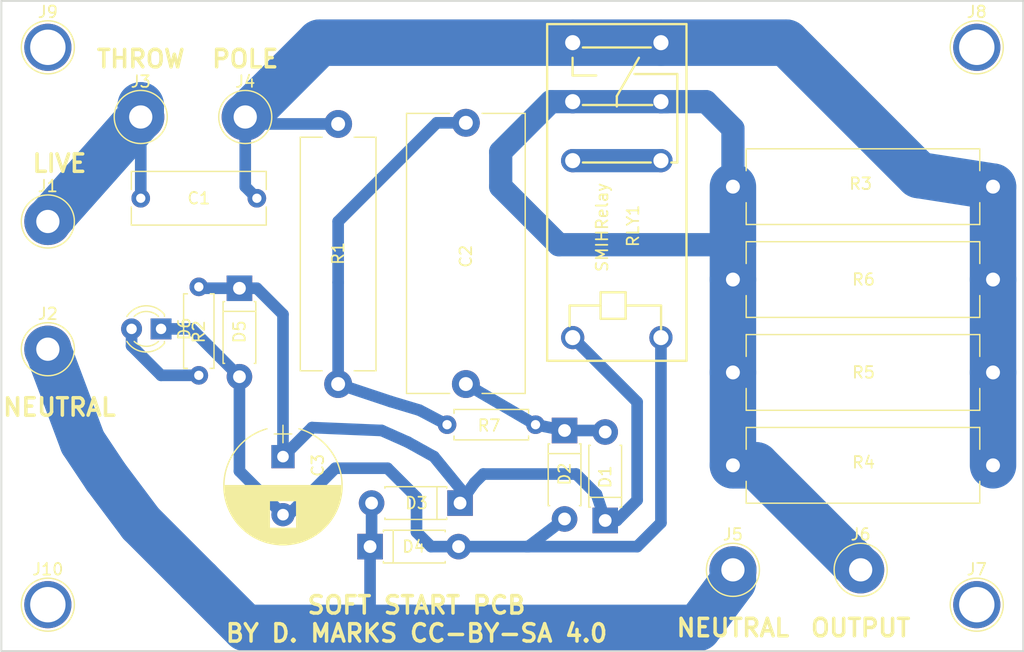
<source format=kicad_pcb>
(kicad_pcb (version 4) (host pcbnew 4.0.7)

  (general
    (links 36)
    (no_connects 0)
    (area 95.924999 24.924999 184.075001 81.200002)
    (thickness 1.6)
    (drawings 11)
    (tracks 108)
    (zones 0)
    (modules 27)
    (nets 11)
  )

  (page A4)
  (layers
    (0 F.Cu signal)
    (31 B.Cu signal)
    (32 B.Adhes user)
    (33 F.Adhes user)
    (34 B.Paste user)
    (35 F.Paste user)
    (36 B.SilkS user)
    (37 F.SilkS user)
    (38 B.Mask user)
    (39 F.Mask user)
    (40 Dwgs.User user)
    (41 Cmts.User user)
    (42 Eco1.User user)
    (43 Eco2.User user)
    (44 Edge.Cuts user)
    (45 Margin user)
    (46 B.CrtYd user)
    (47 F.CrtYd user)
    (48 B.Fab user)
    (49 F.Fab user)
  )

  (setup
    (last_trace_width 0.25)
    (user_trace_width 0.5)
    (user_trace_width 1)
    (user_trace_width 2)
    (user_trace_width 4)
    (trace_clearance 0.2)
    (zone_clearance 0.508)
    (zone_45_only no)
    (trace_min 0.2)
    (segment_width 0.2)
    (edge_width 0.15)
    (via_size 0.6)
    (via_drill 0.4)
    (via_min_size 0.4)
    (via_min_drill 0.3)
    (uvia_size 0.3)
    (uvia_drill 0.1)
    (uvias_allowed no)
    (uvia_min_size 0.2)
    (uvia_min_drill 0.1)
    (pcb_text_width 0.3)
    (pcb_text_size 1.5 1.5)
    (mod_edge_width 0.15)
    (mod_text_size 1 1)
    (mod_text_width 0.15)
    (pad_size 4.064 4.064)
    (pad_drill 2)
    (pad_to_mask_clearance 0.2)
    (aux_axis_origin 0 0)
    (visible_elements 7FFFFFFF)
    (pcbplotparams
      (layerselection 0x010f0_80000001)
      (usegerberextensions false)
      (excludeedgelayer true)
      (linewidth 0.100000)
      (plotframeref false)
      (viasonmask false)
      (mode 1)
      (useauxorigin false)
      (hpglpennumber 1)
      (hpglpenspeed 20)
      (hpglpendiameter 15)
      (hpglpenoverlay 2)
      (psnegative false)
      (psa4output false)
      (plotreference true)
      (plotvalue true)
      (plotinvisibletext false)
      (padsonsilk false)
      (subtractmaskfromsilk false)
      (outputformat 1)
      (mirror false)
      (drillshape 0)
      (scaleselection 1)
      (outputdirectory gerber/))
  )

  (net 0 "")
  (net 1 "Net-(C1-Pad1)")
  (net 2 "Net-(C1-Pad2)")
  (net 3 "Net-(C2-Pad1)")
  (net 4 "Net-(C2-Pad2)")
  (net 5 "Net-(C3-Pad1)")
  (net 6 "Net-(C3-Pad2)")
  (net 7 "Net-(D3-Pad2)")
  (net 8 "Net-(D6-Pad2)")
  (net 9 "Net-(J6-Pad1)")
  (net 10 "Net-(RLY1-Pad2)")

  (net_class Default "This is the default net class."
    (clearance 0.2)
    (trace_width 0.25)
    (via_dia 0.6)
    (via_drill 0.4)
    (uvia_dia 0.3)
    (uvia_drill 0.1)
    (add_net "Net-(C1-Pad1)")
    (add_net "Net-(C1-Pad2)")
    (add_net "Net-(C2-Pad1)")
    (add_net "Net-(C2-Pad2)")
    (add_net "Net-(C3-Pad1)")
    (add_net "Net-(C3-Pad2)")
    (add_net "Net-(D3-Pad2)")
    (add_net "Net-(D6-Pad2)")
    (add_net "Net-(J6-Pad1)")
    (add_net "Net-(RLY1-Pad2)")
  )

  (module Capacitors_THT:C_Rect_L11.5mm_W4.5mm_P10.00mm_MKT (layer F.Cu) (tedit 5F411285) (tstamp 5F411366)
    (at 118 42 180)
    (descr "C, Rect series, Radial, pin pitch=10.00mm, , length*width=11.5*4.5mm^2, Capacitor, https://en.tdk.eu/inf/20/20/db/fc_2009/MKT_B32560_564.pdf")
    (tags "C Rect series Radial pin pitch 10.00mm  length 11.5mm width 4.5mm Capacitor")
    (path /5F410F9E)
    (fp_text reference C1 (at 5 0 180) (layer F.SilkS)
      (effects (font (size 1 1) (thickness 0.15)))
    )
    (fp_text value "10 nF" (at 5 3.56 180) (layer F.Fab)
      (effects (font (size 1 1) (thickness 0.15)))
    )
    (fp_line (start -0.75 -2.25) (end -0.75 2.25) (layer F.Fab) (width 0.1))
    (fp_line (start -0.75 2.25) (end 10.75 2.25) (layer F.Fab) (width 0.1))
    (fp_line (start 10.75 2.25) (end 10.75 -2.25) (layer F.Fab) (width 0.1))
    (fp_line (start 10.75 -2.25) (end -0.75 -2.25) (layer F.Fab) (width 0.1))
    (fp_line (start -0.81 -2.31) (end 10.81 -2.31) (layer F.SilkS) (width 0.12))
    (fp_line (start -0.81 2.31) (end 10.81 2.31) (layer F.SilkS) (width 0.12))
    (fp_line (start -0.81 -2.31) (end -0.81 -0.75) (layer F.SilkS) (width 0.12))
    (fp_line (start -0.81 0.75) (end -0.81 2.31) (layer F.SilkS) (width 0.12))
    (fp_line (start 10.81 -2.31) (end 10.81 -0.75) (layer F.SilkS) (width 0.12))
    (fp_line (start 10.81 0.75) (end 10.81 2.31) (layer F.SilkS) (width 0.12))
    (fp_line (start -1.1 -2.6) (end -1.1 2.6) (layer F.CrtYd) (width 0.05))
    (fp_line (start -1.1 2.6) (end 11.1 2.6) (layer F.CrtYd) (width 0.05))
    (fp_line (start 11.1 2.6) (end 11.1 -2.6) (layer F.CrtYd) (width 0.05))
    (fp_line (start 11.1 -2.6) (end -1.1 -2.6) (layer F.CrtYd) (width 0.05))
    (fp_text user %R (at 5 0 180) (layer F.Fab)
      (effects (font (size 1 1) (thickness 0.15)))
    )
    (pad 1 thru_hole circle (at 0 0 180) (size 1.6 1.6) (drill 0.8) (layers *.Cu *.Mask)
      (net 1 "Net-(C1-Pad1)"))
    (pad 2 thru_hole circle (at 10 0 180) (size 1.6 1.6) (drill 0.8) (layers *.Cu *.Mask)
      (net 2 "Net-(C1-Pad2)"))
    (model ${KISYS3DMOD}/Capacitors_THT.3dshapes/C_Rect_L11.5mm_W4.5mm_P10.00mm_MKT.wrl
      (at (xyz 0 0 0))
      (scale (xyz 1 1 1))
      (rotate (xyz 0 0 0))
    )
  )

  (module Capacitors_THT:C_Rect_L24.0mm_W10.1mm_P22.50mm_MKT (layer F.Cu) (tedit 5F411600) (tstamp 5F41137B)
    (at 136 58 90)
    (descr "C, Rect series, Radial, pin pitch=22.50mm, , length*width=24*10.1mm^2, Capacitor, https://en.tdk.eu/inf/20/20/db/fc_2009/MKT_B32560_564.pdf")
    (tags "C Rect series Radial pin pitch 22.50mm  length 24mm width 10.1mm Capacitor")
    (path /5F4110A1)
    (fp_text reference C2 (at 11 0 90) (layer F.SilkS)
      (effects (font (size 1 1) (thickness 0.15)))
    )
    (fp_text value "1 uF" (at 11.25 6.36 90) (layer F.Fab)
      (effects (font (size 1 1) (thickness 0.15)))
    )
    (fp_line (start -0.75 -5.05) (end -0.75 5.05) (layer F.Fab) (width 0.1))
    (fp_line (start -0.75 5.05) (end 23.25 5.05) (layer F.Fab) (width 0.1))
    (fp_line (start 23.25 5.05) (end 23.25 -5.05) (layer F.Fab) (width 0.1))
    (fp_line (start 23.25 -5.05) (end -0.75 -5.05) (layer F.Fab) (width 0.1))
    (fp_line (start -0.81 -5.11) (end 23.31 -5.11) (layer F.SilkS) (width 0.12))
    (fp_line (start -0.81 5.11) (end 23.31 5.11) (layer F.SilkS) (width 0.12))
    (fp_line (start -0.81 -5.11) (end -0.81 -1.395) (layer F.SilkS) (width 0.12))
    (fp_line (start -0.81 1.395) (end -0.81 5.11) (layer F.SilkS) (width 0.12))
    (fp_line (start 23.31 -5.11) (end 23.31 -1.395) (layer F.SilkS) (width 0.12))
    (fp_line (start 23.31 1.395) (end 23.31 5.11) (layer F.SilkS) (width 0.12))
    (fp_line (start -1.45 -5.4) (end -1.45 5.4) (layer F.CrtYd) (width 0.05))
    (fp_line (start -1.45 5.4) (end 23.95 5.4) (layer F.CrtYd) (width 0.05))
    (fp_line (start 23.95 5.4) (end 23.95 -5.4) (layer F.CrtYd) (width 0.05))
    (fp_line (start 23.95 -5.4) (end -1.45 -5.4) (layer F.CrtYd) (width 0.05))
    (fp_text user %R (at 11.25 0 90) (layer F.Fab)
      (effects (font (size 1 1) (thickness 0.15)))
    )
    (pad 1 thru_hole circle (at 0 0 90) (size 2.4 2.4) (drill 1.2) (layers *.Cu *.Mask)
      (net 3 "Net-(C2-Pad1)"))
    (pad 2 thru_hole circle (at 22.5 0 90) (size 2.4 2.4) (drill 1.2) (layers *.Cu *.Mask)
      (net 4 "Net-(C2-Pad2)"))
    (model ${KISYS3DMOD}/Capacitors_THT.3dshapes/C_Rect_L24.0mm_W10.1mm_P22.50mm_MKT.wrl
      (at (xyz 0 0 0))
      (scale (xyz 1 1 1))
      (rotate (xyz 0 0 0))
    )
  )

  (module Capacitors_THT:CP_Radial_D10.0mm_P5.00mm (layer F.Cu) (tedit 5F41127F) (tstamp 5F411449)
    (at 120.25 64.25 270)
    (descr "CP, Radial series, Radial, pin pitch=5.00mm, , diameter=10mm, Electrolytic Capacitor")
    (tags "CP Radial series Radial pin pitch 5.00mm  diameter 10mm Electrolytic Capacitor")
    (path /5F4113E8)
    (fp_text reference C3 (at 0.75 -3 270) (layer F.SilkS)
      (effects (font (size 1 1) (thickness 0.15)))
    )
    (fp_text value "1000 uF" (at 2.5 6.31 270) (layer F.Fab)
      (effects (font (size 1 1) (thickness 0.15)))
    )
    (fp_arc (start 2.5 0) (end -2.399357 -1.38) (angle 148.5) (layer F.SilkS) (width 0.12))
    (fp_arc (start 2.5 0) (end -2.399357 1.38) (angle -148.5) (layer F.SilkS) (width 0.12))
    (fp_arc (start 2.5 0) (end 7.399357 -1.38) (angle 31.5) (layer F.SilkS) (width 0.12))
    (fp_circle (center 2.5 0) (end 7.5 0) (layer F.Fab) (width 0.1))
    (fp_line (start -2.7 0) (end -1.2 0) (layer F.Fab) (width 0.1))
    (fp_line (start -1.95 -0.75) (end -1.95 0.75) (layer F.Fab) (width 0.1))
    (fp_line (start 2.5 -5.05) (end 2.5 5.05) (layer F.SilkS) (width 0.12))
    (fp_line (start 2.54 -5.05) (end 2.54 5.05) (layer F.SilkS) (width 0.12))
    (fp_line (start 2.58 -5.05) (end 2.58 5.05) (layer F.SilkS) (width 0.12))
    (fp_line (start 2.62 -5.049) (end 2.62 5.049) (layer F.SilkS) (width 0.12))
    (fp_line (start 2.66 -5.048) (end 2.66 5.048) (layer F.SilkS) (width 0.12))
    (fp_line (start 2.7 -5.047) (end 2.7 5.047) (layer F.SilkS) (width 0.12))
    (fp_line (start 2.74 -5.045) (end 2.74 5.045) (layer F.SilkS) (width 0.12))
    (fp_line (start 2.78 -5.043) (end 2.78 5.043) (layer F.SilkS) (width 0.12))
    (fp_line (start 2.82 -5.04) (end 2.82 5.04) (layer F.SilkS) (width 0.12))
    (fp_line (start 2.86 -5.038) (end 2.86 5.038) (layer F.SilkS) (width 0.12))
    (fp_line (start 2.9 -5.035) (end 2.9 5.035) (layer F.SilkS) (width 0.12))
    (fp_line (start 2.94 -5.031) (end 2.94 5.031) (layer F.SilkS) (width 0.12))
    (fp_line (start 2.98 -5.028) (end 2.98 5.028) (layer F.SilkS) (width 0.12))
    (fp_line (start 3.02 -5.024) (end 3.02 5.024) (layer F.SilkS) (width 0.12))
    (fp_line (start 3.06 -5.02) (end 3.06 5.02) (layer F.SilkS) (width 0.12))
    (fp_line (start 3.1 -5.015) (end 3.1 5.015) (layer F.SilkS) (width 0.12))
    (fp_line (start 3.14 -5.01) (end 3.14 5.01) (layer F.SilkS) (width 0.12))
    (fp_line (start 3.18 -5.005) (end 3.18 5.005) (layer F.SilkS) (width 0.12))
    (fp_line (start 3.221 -4.999) (end 3.221 4.999) (layer F.SilkS) (width 0.12))
    (fp_line (start 3.261 -4.993) (end 3.261 4.993) (layer F.SilkS) (width 0.12))
    (fp_line (start 3.301 -4.987) (end 3.301 4.987) (layer F.SilkS) (width 0.12))
    (fp_line (start 3.341 -4.981) (end 3.341 4.981) (layer F.SilkS) (width 0.12))
    (fp_line (start 3.381 -4.974) (end 3.381 4.974) (layer F.SilkS) (width 0.12))
    (fp_line (start 3.421 -4.967) (end 3.421 4.967) (layer F.SilkS) (width 0.12))
    (fp_line (start 3.461 -4.959) (end 3.461 4.959) (layer F.SilkS) (width 0.12))
    (fp_line (start 3.501 -4.951) (end 3.501 4.951) (layer F.SilkS) (width 0.12))
    (fp_line (start 3.541 -4.943) (end 3.541 4.943) (layer F.SilkS) (width 0.12))
    (fp_line (start 3.581 -4.935) (end 3.581 4.935) (layer F.SilkS) (width 0.12))
    (fp_line (start 3.621 -4.926) (end 3.621 4.926) (layer F.SilkS) (width 0.12))
    (fp_line (start 3.661 -4.917) (end 3.661 4.917) (layer F.SilkS) (width 0.12))
    (fp_line (start 3.701 -4.907) (end 3.701 4.907) (layer F.SilkS) (width 0.12))
    (fp_line (start 3.741 -4.897) (end 3.741 4.897) (layer F.SilkS) (width 0.12))
    (fp_line (start 3.781 -4.887) (end 3.781 4.887) (layer F.SilkS) (width 0.12))
    (fp_line (start 3.821 -4.876) (end 3.821 -1.181) (layer F.SilkS) (width 0.12))
    (fp_line (start 3.821 1.181) (end 3.821 4.876) (layer F.SilkS) (width 0.12))
    (fp_line (start 3.861 -4.865) (end 3.861 -1.181) (layer F.SilkS) (width 0.12))
    (fp_line (start 3.861 1.181) (end 3.861 4.865) (layer F.SilkS) (width 0.12))
    (fp_line (start 3.901 -4.854) (end 3.901 -1.181) (layer F.SilkS) (width 0.12))
    (fp_line (start 3.901 1.181) (end 3.901 4.854) (layer F.SilkS) (width 0.12))
    (fp_line (start 3.941 -4.843) (end 3.941 -1.181) (layer F.SilkS) (width 0.12))
    (fp_line (start 3.941 1.181) (end 3.941 4.843) (layer F.SilkS) (width 0.12))
    (fp_line (start 3.981 -4.831) (end 3.981 -1.181) (layer F.SilkS) (width 0.12))
    (fp_line (start 3.981 1.181) (end 3.981 4.831) (layer F.SilkS) (width 0.12))
    (fp_line (start 4.021 -4.818) (end 4.021 -1.181) (layer F.SilkS) (width 0.12))
    (fp_line (start 4.021 1.181) (end 4.021 4.818) (layer F.SilkS) (width 0.12))
    (fp_line (start 4.061 -4.806) (end 4.061 -1.181) (layer F.SilkS) (width 0.12))
    (fp_line (start 4.061 1.181) (end 4.061 4.806) (layer F.SilkS) (width 0.12))
    (fp_line (start 4.101 -4.792) (end 4.101 -1.181) (layer F.SilkS) (width 0.12))
    (fp_line (start 4.101 1.181) (end 4.101 4.792) (layer F.SilkS) (width 0.12))
    (fp_line (start 4.141 -4.779) (end 4.141 -1.181) (layer F.SilkS) (width 0.12))
    (fp_line (start 4.141 1.181) (end 4.141 4.779) (layer F.SilkS) (width 0.12))
    (fp_line (start 4.181 -4.765) (end 4.181 -1.181) (layer F.SilkS) (width 0.12))
    (fp_line (start 4.181 1.181) (end 4.181 4.765) (layer F.SilkS) (width 0.12))
    (fp_line (start 4.221 -4.751) (end 4.221 -1.181) (layer F.SilkS) (width 0.12))
    (fp_line (start 4.221 1.181) (end 4.221 4.751) (layer F.SilkS) (width 0.12))
    (fp_line (start 4.261 -4.737) (end 4.261 -1.181) (layer F.SilkS) (width 0.12))
    (fp_line (start 4.261 1.181) (end 4.261 4.737) (layer F.SilkS) (width 0.12))
    (fp_line (start 4.301 -4.722) (end 4.301 -1.181) (layer F.SilkS) (width 0.12))
    (fp_line (start 4.301 1.181) (end 4.301 4.722) (layer F.SilkS) (width 0.12))
    (fp_line (start 4.341 -4.706) (end 4.341 -1.181) (layer F.SilkS) (width 0.12))
    (fp_line (start 4.341 1.181) (end 4.341 4.706) (layer F.SilkS) (width 0.12))
    (fp_line (start 4.381 -4.691) (end 4.381 -1.181) (layer F.SilkS) (width 0.12))
    (fp_line (start 4.381 1.181) (end 4.381 4.691) (layer F.SilkS) (width 0.12))
    (fp_line (start 4.421 -4.674) (end 4.421 -1.181) (layer F.SilkS) (width 0.12))
    (fp_line (start 4.421 1.181) (end 4.421 4.674) (layer F.SilkS) (width 0.12))
    (fp_line (start 4.461 -4.658) (end 4.461 -1.181) (layer F.SilkS) (width 0.12))
    (fp_line (start 4.461 1.181) (end 4.461 4.658) (layer F.SilkS) (width 0.12))
    (fp_line (start 4.501 -4.641) (end 4.501 -1.181) (layer F.SilkS) (width 0.12))
    (fp_line (start 4.501 1.181) (end 4.501 4.641) (layer F.SilkS) (width 0.12))
    (fp_line (start 4.541 -4.624) (end 4.541 -1.181) (layer F.SilkS) (width 0.12))
    (fp_line (start 4.541 1.181) (end 4.541 4.624) (layer F.SilkS) (width 0.12))
    (fp_line (start 4.581 -4.606) (end 4.581 -1.181) (layer F.SilkS) (width 0.12))
    (fp_line (start 4.581 1.181) (end 4.581 4.606) (layer F.SilkS) (width 0.12))
    (fp_line (start 4.621 -4.588) (end 4.621 -1.181) (layer F.SilkS) (width 0.12))
    (fp_line (start 4.621 1.181) (end 4.621 4.588) (layer F.SilkS) (width 0.12))
    (fp_line (start 4.661 -4.569) (end 4.661 -1.181) (layer F.SilkS) (width 0.12))
    (fp_line (start 4.661 1.181) (end 4.661 4.569) (layer F.SilkS) (width 0.12))
    (fp_line (start 4.701 -4.55) (end 4.701 -1.181) (layer F.SilkS) (width 0.12))
    (fp_line (start 4.701 1.181) (end 4.701 4.55) (layer F.SilkS) (width 0.12))
    (fp_line (start 4.741 -4.531) (end 4.741 -1.181) (layer F.SilkS) (width 0.12))
    (fp_line (start 4.741 1.181) (end 4.741 4.531) (layer F.SilkS) (width 0.12))
    (fp_line (start 4.781 -4.511) (end 4.781 -1.181) (layer F.SilkS) (width 0.12))
    (fp_line (start 4.781 1.181) (end 4.781 4.511) (layer F.SilkS) (width 0.12))
    (fp_line (start 4.821 -4.491) (end 4.821 -1.181) (layer F.SilkS) (width 0.12))
    (fp_line (start 4.821 1.181) (end 4.821 4.491) (layer F.SilkS) (width 0.12))
    (fp_line (start 4.861 -4.47) (end 4.861 -1.181) (layer F.SilkS) (width 0.12))
    (fp_line (start 4.861 1.181) (end 4.861 4.47) (layer F.SilkS) (width 0.12))
    (fp_line (start 4.901 -4.449) (end 4.901 -1.181) (layer F.SilkS) (width 0.12))
    (fp_line (start 4.901 1.181) (end 4.901 4.449) (layer F.SilkS) (width 0.12))
    (fp_line (start 4.941 -4.428) (end 4.941 -1.181) (layer F.SilkS) (width 0.12))
    (fp_line (start 4.941 1.181) (end 4.941 4.428) (layer F.SilkS) (width 0.12))
    (fp_line (start 4.981 -4.405) (end 4.981 -1.181) (layer F.SilkS) (width 0.12))
    (fp_line (start 4.981 1.181) (end 4.981 4.405) (layer F.SilkS) (width 0.12))
    (fp_line (start 5.021 -4.383) (end 5.021 -1.181) (layer F.SilkS) (width 0.12))
    (fp_line (start 5.021 1.181) (end 5.021 4.383) (layer F.SilkS) (width 0.12))
    (fp_line (start 5.061 -4.36) (end 5.061 -1.181) (layer F.SilkS) (width 0.12))
    (fp_line (start 5.061 1.181) (end 5.061 4.36) (layer F.SilkS) (width 0.12))
    (fp_line (start 5.101 -4.336) (end 5.101 -1.181) (layer F.SilkS) (width 0.12))
    (fp_line (start 5.101 1.181) (end 5.101 4.336) (layer F.SilkS) (width 0.12))
    (fp_line (start 5.141 -4.312) (end 5.141 -1.181) (layer F.SilkS) (width 0.12))
    (fp_line (start 5.141 1.181) (end 5.141 4.312) (layer F.SilkS) (width 0.12))
    (fp_line (start 5.181 -4.288) (end 5.181 -1.181) (layer F.SilkS) (width 0.12))
    (fp_line (start 5.181 1.181) (end 5.181 4.288) (layer F.SilkS) (width 0.12))
    (fp_line (start 5.221 -4.263) (end 5.221 -1.181) (layer F.SilkS) (width 0.12))
    (fp_line (start 5.221 1.181) (end 5.221 4.263) (layer F.SilkS) (width 0.12))
    (fp_line (start 5.261 -4.237) (end 5.261 -1.181) (layer F.SilkS) (width 0.12))
    (fp_line (start 5.261 1.181) (end 5.261 4.237) (layer F.SilkS) (width 0.12))
    (fp_line (start 5.301 -4.211) (end 5.301 -1.181) (layer F.SilkS) (width 0.12))
    (fp_line (start 5.301 1.181) (end 5.301 4.211) (layer F.SilkS) (width 0.12))
    (fp_line (start 5.341 -4.185) (end 5.341 -1.181) (layer F.SilkS) (width 0.12))
    (fp_line (start 5.341 1.181) (end 5.341 4.185) (layer F.SilkS) (width 0.12))
    (fp_line (start 5.381 -4.157) (end 5.381 -1.181) (layer F.SilkS) (width 0.12))
    (fp_line (start 5.381 1.181) (end 5.381 4.157) (layer F.SilkS) (width 0.12))
    (fp_line (start 5.421 -4.13) (end 5.421 -1.181) (layer F.SilkS) (width 0.12))
    (fp_line (start 5.421 1.181) (end 5.421 4.13) (layer F.SilkS) (width 0.12))
    (fp_line (start 5.461 -4.101) (end 5.461 -1.181) (layer F.SilkS) (width 0.12))
    (fp_line (start 5.461 1.181) (end 5.461 4.101) (layer F.SilkS) (width 0.12))
    (fp_line (start 5.501 -4.072) (end 5.501 -1.181) (layer F.SilkS) (width 0.12))
    (fp_line (start 5.501 1.181) (end 5.501 4.072) (layer F.SilkS) (width 0.12))
    (fp_line (start 5.541 -4.043) (end 5.541 -1.181) (layer F.SilkS) (width 0.12))
    (fp_line (start 5.541 1.181) (end 5.541 4.043) (layer F.SilkS) (width 0.12))
    (fp_line (start 5.581 -4.013) (end 5.581 -1.181) (layer F.SilkS) (width 0.12))
    (fp_line (start 5.581 1.181) (end 5.581 4.013) (layer F.SilkS) (width 0.12))
    (fp_line (start 5.621 -3.982) (end 5.621 -1.181) (layer F.SilkS) (width 0.12))
    (fp_line (start 5.621 1.181) (end 5.621 3.982) (layer F.SilkS) (width 0.12))
    (fp_line (start 5.661 -3.951) (end 5.661 -1.181) (layer F.SilkS) (width 0.12))
    (fp_line (start 5.661 1.181) (end 5.661 3.951) (layer F.SilkS) (width 0.12))
    (fp_line (start 5.701 -3.919) (end 5.701 -1.181) (layer F.SilkS) (width 0.12))
    (fp_line (start 5.701 1.181) (end 5.701 3.919) (layer F.SilkS) (width 0.12))
    (fp_line (start 5.741 -3.886) (end 5.741 -1.181) (layer F.SilkS) (width 0.12))
    (fp_line (start 5.741 1.181) (end 5.741 3.886) (layer F.SilkS) (width 0.12))
    (fp_line (start 5.781 -3.853) (end 5.781 -1.181) (layer F.SilkS) (width 0.12))
    (fp_line (start 5.781 1.181) (end 5.781 3.853) (layer F.SilkS) (width 0.12))
    (fp_line (start 5.821 -3.819) (end 5.821 -1.181) (layer F.SilkS) (width 0.12))
    (fp_line (start 5.821 1.181) (end 5.821 3.819) (layer F.SilkS) (width 0.12))
    (fp_line (start 5.861 -3.784) (end 5.861 -1.181) (layer F.SilkS) (width 0.12))
    (fp_line (start 5.861 1.181) (end 5.861 3.784) (layer F.SilkS) (width 0.12))
    (fp_line (start 5.901 -3.748) (end 5.901 -1.181) (layer F.SilkS) (width 0.12))
    (fp_line (start 5.901 1.181) (end 5.901 3.748) (layer F.SilkS) (width 0.12))
    (fp_line (start 5.941 -3.712) (end 5.941 -1.181) (layer F.SilkS) (width 0.12))
    (fp_line (start 5.941 1.181) (end 5.941 3.712) (layer F.SilkS) (width 0.12))
    (fp_line (start 5.981 -3.675) (end 5.981 -1.181) (layer F.SilkS) (width 0.12))
    (fp_line (start 5.981 1.181) (end 5.981 3.675) (layer F.SilkS) (width 0.12))
    (fp_line (start 6.021 -3.637) (end 6.021 -1.181) (layer F.SilkS) (width 0.12))
    (fp_line (start 6.021 1.181) (end 6.021 3.637) (layer F.SilkS) (width 0.12))
    (fp_line (start 6.061 -3.598) (end 6.061 -1.181) (layer F.SilkS) (width 0.12))
    (fp_line (start 6.061 1.181) (end 6.061 3.598) (layer F.SilkS) (width 0.12))
    (fp_line (start 6.101 -3.559) (end 6.101 -1.181) (layer F.SilkS) (width 0.12))
    (fp_line (start 6.101 1.181) (end 6.101 3.559) (layer F.SilkS) (width 0.12))
    (fp_line (start 6.141 -3.518) (end 6.141 -1.181) (layer F.SilkS) (width 0.12))
    (fp_line (start 6.141 1.181) (end 6.141 3.518) (layer F.SilkS) (width 0.12))
    (fp_line (start 6.181 -3.477) (end 6.181 3.477) (layer F.SilkS) (width 0.12))
    (fp_line (start 6.221 -3.435) (end 6.221 3.435) (layer F.SilkS) (width 0.12))
    (fp_line (start 6.261 -3.391) (end 6.261 3.391) (layer F.SilkS) (width 0.12))
    (fp_line (start 6.301 -3.347) (end 6.301 3.347) (layer F.SilkS) (width 0.12))
    (fp_line (start 6.341 -3.302) (end 6.341 3.302) (layer F.SilkS) (width 0.12))
    (fp_line (start 6.381 -3.255) (end 6.381 3.255) (layer F.SilkS) (width 0.12))
    (fp_line (start 6.421 -3.207) (end 6.421 3.207) (layer F.SilkS) (width 0.12))
    (fp_line (start 6.461 -3.158) (end 6.461 3.158) (layer F.SilkS) (width 0.12))
    (fp_line (start 6.501 -3.108) (end 6.501 3.108) (layer F.SilkS) (width 0.12))
    (fp_line (start 6.541 -3.057) (end 6.541 3.057) (layer F.SilkS) (width 0.12))
    (fp_line (start 6.581 -3.004) (end 6.581 3.004) (layer F.SilkS) (width 0.12))
    (fp_line (start 6.621 -2.949) (end 6.621 2.949) (layer F.SilkS) (width 0.12))
    (fp_line (start 6.661 -2.894) (end 6.661 2.894) (layer F.SilkS) (width 0.12))
    (fp_line (start 6.701 -2.836) (end 6.701 2.836) (layer F.SilkS) (width 0.12))
    (fp_line (start 6.741 -2.777) (end 6.741 2.777) (layer F.SilkS) (width 0.12))
    (fp_line (start 6.781 -2.715) (end 6.781 2.715) (layer F.SilkS) (width 0.12))
    (fp_line (start 6.821 -2.652) (end 6.821 2.652) (layer F.SilkS) (width 0.12))
    (fp_line (start 6.861 -2.587) (end 6.861 2.587) (layer F.SilkS) (width 0.12))
    (fp_line (start 6.901 -2.519) (end 6.901 2.519) (layer F.SilkS) (width 0.12))
    (fp_line (start 6.941 -2.449) (end 6.941 2.449) (layer F.SilkS) (width 0.12))
    (fp_line (start 6.981 -2.377) (end 6.981 2.377) (layer F.SilkS) (width 0.12))
    (fp_line (start 7.021 -2.301) (end 7.021 2.301) (layer F.SilkS) (width 0.12))
    (fp_line (start 7.061 -2.222) (end 7.061 2.222) (layer F.SilkS) (width 0.12))
    (fp_line (start 7.101 -2.14) (end 7.101 2.14) (layer F.SilkS) (width 0.12))
    (fp_line (start 7.141 -2.053) (end 7.141 2.053) (layer F.SilkS) (width 0.12))
    (fp_line (start 7.181 -1.962) (end 7.181 1.962) (layer F.SilkS) (width 0.12))
    (fp_line (start 7.221 -1.866) (end 7.221 1.866) (layer F.SilkS) (width 0.12))
    (fp_line (start 7.261 -1.763) (end 7.261 1.763) (layer F.SilkS) (width 0.12))
    (fp_line (start 7.301 -1.654) (end 7.301 1.654) (layer F.SilkS) (width 0.12))
    (fp_line (start 7.341 -1.536) (end 7.341 1.536) (layer F.SilkS) (width 0.12))
    (fp_line (start 7.381 -1.407) (end 7.381 1.407) (layer F.SilkS) (width 0.12))
    (fp_line (start 7.421 -1.265) (end 7.421 1.265) (layer F.SilkS) (width 0.12))
    (fp_line (start 7.461 -1.104) (end 7.461 1.104) (layer F.SilkS) (width 0.12))
    (fp_line (start 7.501 -0.913) (end 7.501 0.913) (layer F.SilkS) (width 0.12))
    (fp_line (start 7.541 -0.672) (end 7.541 0.672) (layer F.SilkS) (width 0.12))
    (fp_line (start 7.581 -0.279) (end 7.581 0.279) (layer F.SilkS) (width 0.12))
    (fp_line (start -2.7 0) (end -1.2 0) (layer F.SilkS) (width 0.12))
    (fp_line (start -1.95 -0.75) (end -1.95 0.75) (layer F.SilkS) (width 0.12))
    (fp_line (start -2.85 -5.35) (end -2.85 5.35) (layer F.CrtYd) (width 0.05))
    (fp_line (start -2.85 5.35) (end 7.85 5.35) (layer F.CrtYd) (width 0.05))
    (fp_line (start 7.85 5.35) (end 7.85 -5.35) (layer F.CrtYd) (width 0.05))
    (fp_line (start 7.85 -5.35) (end -2.85 -5.35) (layer F.CrtYd) (width 0.05))
    (fp_text user %R (at 2.5 0 270) (layer F.Fab)
      (effects (font (size 1 1) (thickness 0.15)))
    )
    (pad 1 thru_hole rect (at 0 0 270) (size 2 2) (drill 1) (layers *.Cu *.Mask)
      (net 5 "Net-(C3-Pad1)"))
    (pad 2 thru_hole circle (at 5 0 270) (size 2 2) (drill 1) (layers *.Cu *.Mask)
      (net 6 "Net-(C3-Pad2)"))
    (model ${KISYS3DMOD}/Capacitors_THT.3dshapes/CP_Radial_D10.0mm_P5.00mm.wrl
      (at (xyz 0 0 0))
      (scale (xyz 1 1 1))
      (rotate (xyz 0 0 0))
    )
  )

  (module Diodes_THT:D_DO-41_SOD81_P7.62mm_Horizontal (layer F.Cu) (tedit 5F41128F) (tstamp 5F411462)
    (at 148 69.75 90)
    (descr "D, DO-41_SOD81 series, Axial, Horizontal, pin pitch=7.62mm, , length*diameter=5.2*2.7mm^2, , http://www.diodes.com/_files/packages/DO-41%20(Plastic).pdf")
    (tags "D DO-41_SOD81 series Axial Horizontal pin pitch 7.62mm  length 5.2mm diameter 2.7mm")
    (path /5F411127)
    (fp_text reference D1 (at 3.75 0 90) (layer F.SilkS)
      (effects (font (size 1 1) (thickness 0.15)))
    )
    (fp_text value 1N4007 (at 3.81 2.41 90) (layer F.Fab)
      (effects (font (size 1 1) (thickness 0.15)))
    )
    (fp_text user %R (at 3.81 0 90) (layer F.Fab)
      (effects (font (size 1 1) (thickness 0.15)))
    )
    (fp_line (start 1.21 -1.35) (end 1.21 1.35) (layer F.Fab) (width 0.1))
    (fp_line (start 1.21 1.35) (end 6.41 1.35) (layer F.Fab) (width 0.1))
    (fp_line (start 6.41 1.35) (end 6.41 -1.35) (layer F.Fab) (width 0.1))
    (fp_line (start 6.41 -1.35) (end 1.21 -1.35) (layer F.Fab) (width 0.1))
    (fp_line (start 0 0) (end 1.21 0) (layer F.Fab) (width 0.1))
    (fp_line (start 7.62 0) (end 6.41 0) (layer F.Fab) (width 0.1))
    (fp_line (start 1.99 -1.35) (end 1.99 1.35) (layer F.Fab) (width 0.1))
    (fp_line (start 1.15 -1.28) (end 1.15 -1.41) (layer F.SilkS) (width 0.12))
    (fp_line (start 1.15 -1.41) (end 6.47 -1.41) (layer F.SilkS) (width 0.12))
    (fp_line (start 6.47 -1.41) (end 6.47 -1.28) (layer F.SilkS) (width 0.12))
    (fp_line (start 1.15 1.28) (end 1.15 1.41) (layer F.SilkS) (width 0.12))
    (fp_line (start 1.15 1.41) (end 6.47 1.41) (layer F.SilkS) (width 0.12))
    (fp_line (start 6.47 1.41) (end 6.47 1.28) (layer F.SilkS) (width 0.12))
    (fp_line (start 1.99 -1.41) (end 1.99 1.41) (layer F.SilkS) (width 0.12))
    (fp_line (start -1.35 -1.7) (end -1.35 1.7) (layer F.CrtYd) (width 0.05))
    (fp_line (start -1.35 1.7) (end 9 1.7) (layer F.CrtYd) (width 0.05))
    (fp_line (start 9 1.7) (end 9 -1.7) (layer F.CrtYd) (width 0.05))
    (fp_line (start 9 -1.7) (end -1.35 -1.7) (layer F.CrtYd) (width 0.05))
    (pad 1 thru_hole rect (at 0 0 90) (size 2.2 2.2) (drill 1.1) (layers *.Cu *.Mask)
      (net 5 "Net-(C3-Pad1)"))
    (pad 2 thru_hole oval (at 7.62 0 90) (size 2.2 2.2) (drill 1.1) (layers *.Cu *.Mask)
      (net 3 "Net-(C2-Pad1)"))
    (model ${KISYS3DMOD}/Diodes_THT.3dshapes/D_DO-41_SOD81_P7.62mm_Horizontal.wrl
      (at (xyz 0 0 0))
      (scale (xyz 0.393701 0.393701 0.393701))
      (rotate (xyz 0 0 0))
    )
  )

  (module Diodes_THT:D_DO-41_SOD81_P7.62mm_Horizontal (layer F.Cu) (tedit 5F411297) (tstamp 5F41147B)
    (at 144.5 62 270)
    (descr "D, DO-41_SOD81 series, Axial, Horizontal, pin pitch=7.62mm, , length*diameter=5.2*2.7mm^2, , http://www.diodes.com/_files/packages/DO-41%20(Plastic).pdf")
    (tags "D DO-41_SOD81 series Axial Horizontal pin pitch 7.62mm  length 5.2mm diameter 2.7mm")
    (path /5F4111A0)
    (fp_text reference D2 (at 3.75 0 270) (layer F.SilkS)
      (effects (font (size 1 1) (thickness 0.15)))
    )
    (fp_text value 1N4007 (at 3.81 2.41 270) (layer F.Fab)
      (effects (font (size 1 1) (thickness 0.15)))
    )
    (fp_text user %R (at 3.81 0 270) (layer F.Fab)
      (effects (font (size 1 1) (thickness 0.15)))
    )
    (fp_line (start 1.21 -1.35) (end 1.21 1.35) (layer F.Fab) (width 0.1))
    (fp_line (start 1.21 1.35) (end 6.41 1.35) (layer F.Fab) (width 0.1))
    (fp_line (start 6.41 1.35) (end 6.41 -1.35) (layer F.Fab) (width 0.1))
    (fp_line (start 6.41 -1.35) (end 1.21 -1.35) (layer F.Fab) (width 0.1))
    (fp_line (start 0 0) (end 1.21 0) (layer F.Fab) (width 0.1))
    (fp_line (start 7.62 0) (end 6.41 0) (layer F.Fab) (width 0.1))
    (fp_line (start 1.99 -1.35) (end 1.99 1.35) (layer F.Fab) (width 0.1))
    (fp_line (start 1.15 -1.28) (end 1.15 -1.41) (layer F.SilkS) (width 0.12))
    (fp_line (start 1.15 -1.41) (end 6.47 -1.41) (layer F.SilkS) (width 0.12))
    (fp_line (start 6.47 -1.41) (end 6.47 -1.28) (layer F.SilkS) (width 0.12))
    (fp_line (start 1.15 1.28) (end 1.15 1.41) (layer F.SilkS) (width 0.12))
    (fp_line (start 1.15 1.41) (end 6.47 1.41) (layer F.SilkS) (width 0.12))
    (fp_line (start 6.47 1.41) (end 6.47 1.28) (layer F.SilkS) (width 0.12))
    (fp_line (start 1.99 -1.41) (end 1.99 1.41) (layer F.SilkS) (width 0.12))
    (fp_line (start -1.35 -1.7) (end -1.35 1.7) (layer F.CrtYd) (width 0.05))
    (fp_line (start -1.35 1.7) (end 9 1.7) (layer F.CrtYd) (width 0.05))
    (fp_line (start 9 1.7) (end 9 -1.7) (layer F.CrtYd) (width 0.05))
    (fp_line (start 9 -1.7) (end -1.35 -1.7) (layer F.CrtYd) (width 0.05))
    (pad 1 thru_hole rect (at 0 0 270) (size 2.2 2.2) (drill 1.1) (layers *.Cu *.Mask)
      (net 3 "Net-(C2-Pad1)"))
    (pad 2 thru_hole oval (at 7.62 0 270) (size 2.2 2.2) (drill 1.1) (layers *.Cu *.Mask)
      (net 6 "Net-(C3-Pad2)"))
    (model ${KISYS3DMOD}/Diodes_THT.3dshapes/D_DO-41_SOD81_P7.62mm_Horizontal.wrl
      (at (xyz 0 0 0))
      (scale (xyz 0.393701 0.393701 0.393701))
      (rotate (xyz 0 0 0))
    )
  )

  (module Diodes_THT:D_DO-41_SOD81_P7.62mm_Horizontal (layer F.Cu) (tedit 5F41129C) (tstamp 5F411494)
    (at 135.5 68.25 180)
    (descr "D, DO-41_SOD81 series, Axial, Horizontal, pin pitch=7.62mm, , length*diameter=5.2*2.7mm^2, , http://www.diodes.com/_files/packages/DO-41%20(Plastic).pdf")
    (tags "D DO-41_SOD81 series Axial Horizontal pin pitch 7.62mm  length 5.2mm diameter 2.7mm")
    (path /5F4111FA)
    (fp_text reference D3 (at 3.75 0 180) (layer F.SilkS)
      (effects (font (size 1 1) (thickness 0.15)))
    )
    (fp_text value 1N4007 (at 3.81 2.41 180) (layer F.Fab)
      (effects (font (size 1 1) (thickness 0.15)))
    )
    (fp_text user %R (at 3.81 0 180) (layer F.Fab)
      (effects (font (size 1 1) (thickness 0.15)))
    )
    (fp_line (start 1.21 -1.35) (end 1.21 1.35) (layer F.Fab) (width 0.1))
    (fp_line (start 1.21 1.35) (end 6.41 1.35) (layer F.Fab) (width 0.1))
    (fp_line (start 6.41 1.35) (end 6.41 -1.35) (layer F.Fab) (width 0.1))
    (fp_line (start 6.41 -1.35) (end 1.21 -1.35) (layer F.Fab) (width 0.1))
    (fp_line (start 0 0) (end 1.21 0) (layer F.Fab) (width 0.1))
    (fp_line (start 7.62 0) (end 6.41 0) (layer F.Fab) (width 0.1))
    (fp_line (start 1.99 -1.35) (end 1.99 1.35) (layer F.Fab) (width 0.1))
    (fp_line (start 1.15 -1.28) (end 1.15 -1.41) (layer F.SilkS) (width 0.12))
    (fp_line (start 1.15 -1.41) (end 6.47 -1.41) (layer F.SilkS) (width 0.12))
    (fp_line (start 6.47 -1.41) (end 6.47 -1.28) (layer F.SilkS) (width 0.12))
    (fp_line (start 1.15 1.28) (end 1.15 1.41) (layer F.SilkS) (width 0.12))
    (fp_line (start 1.15 1.41) (end 6.47 1.41) (layer F.SilkS) (width 0.12))
    (fp_line (start 6.47 1.41) (end 6.47 1.28) (layer F.SilkS) (width 0.12))
    (fp_line (start 1.99 -1.41) (end 1.99 1.41) (layer F.SilkS) (width 0.12))
    (fp_line (start -1.35 -1.7) (end -1.35 1.7) (layer F.CrtYd) (width 0.05))
    (fp_line (start -1.35 1.7) (end 9 1.7) (layer F.CrtYd) (width 0.05))
    (fp_line (start 9 1.7) (end 9 -1.7) (layer F.CrtYd) (width 0.05))
    (fp_line (start 9 -1.7) (end -1.35 -1.7) (layer F.CrtYd) (width 0.05))
    (pad 1 thru_hole rect (at 0 0 180) (size 2.2 2.2) (drill 1.1) (layers *.Cu *.Mask)
      (net 5 "Net-(C3-Pad1)"))
    (pad 2 thru_hole oval (at 7.62 0 180) (size 2.2 2.2) (drill 1.1) (layers *.Cu *.Mask)
      (net 7 "Net-(D3-Pad2)"))
    (model ${KISYS3DMOD}/Diodes_THT.3dshapes/D_DO-41_SOD81_P7.62mm_Horizontal.wrl
      (at (xyz 0 0 0))
      (scale (xyz 0.393701 0.393701 0.393701))
      (rotate (xyz 0 0 0))
    )
  )

  (module Diodes_THT:D_DO-41_SOD81_P7.62mm_Horizontal (layer F.Cu) (tedit 5F4112A3) (tstamp 5F4114AD)
    (at 127.75 72)
    (descr "D, DO-41_SOD81 series, Axial, Horizontal, pin pitch=7.62mm, , length*diameter=5.2*2.7mm^2, , http://www.diodes.com/_files/packages/DO-41%20(Plastic).pdf")
    (tags "D DO-41_SOD81 series Axial Horizontal pin pitch 7.62mm  length 5.2mm diameter 2.7mm")
    (path /5F41123B)
    (fp_text reference D4 (at 3.75 0) (layer F.SilkS)
      (effects (font (size 1 1) (thickness 0.15)))
    )
    (fp_text value 1N4007 (at 3.81 2.41) (layer F.Fab)
      (effects (font (size 1 1) (thickness 0.15)))
    )
    (fp_text user %R (at 3.81 0) (layer F.Fab)
      (effects (font (size 1 1) (thickness 0.15)))
    )
    (fp_line (start 1.21 -1.35) (end 1.21 1.35) (layer F.Fab) (width 0.1))
    (fp_line (start 1.21 1.35) (end 6.41 1.35) (layer F.Fab) (width 0.1))
    (fp_line (start 6.41 1.35) (end 6.41 -1.35) (layer F.Fab) (width 0.1))
    (fp_line (start 6.41 -1.35) (end 1.21 -1.35) (layer F.Fab) (width 0.1))
    (fp_line (start 0 0) (end 1.21 0) (layer F.Fab) (width 0.1))
    (fp_line (start 7.62 0) (end 6.41 0) (layer F.Fab) (width 0.1))
    (fp_line (start 1.99 -1.35) (end 1.99 1.35) (layer F.Fab) (width 0.1))
    (fp_line (start 1.15 -1.28) (end 1.15 -1.41) (layer F.SilkS) (width 0.12))
    (fp_line (start 1.15 -1.41) (end 6.47 -1.41) (layer F.SilkS) (width 0.12))
    (fp_line (start 6.47 -1.41) (end 6.47 -1.28) (layer F.SilkS) (width 0.12))
    (fp_line (start 1.15 1.28) (end 1.15 1.41) (layer F.SilkS) (width 0.12))
    (fp_line (start 1.15 1.41) (end 6.47 1.41) (layer F.SilkS) (width 0.12))
    (fp_line (start 6.47 1.41) (end 6.47 1.28) (layer F.SilkS) (width 0.12))
    (fp_line (start 1.99 -1.41) (end 1.99 1.41) (layer F.SilkS) (width 0.12))
    (fp_line (start -1.35 -1.7) (end -1.35 1.7) (layer F.CrtYd) (width 0.05))
    (fp_line (start -1.35 1.7) (end 9 1.7) (layer F.CrtYd) (width 0.05))
    (fp_line (start 9 1.7) (end 9 -1.7) (layer F.CrtYd) (width 0.05))
    (fp_line (start 9 -1.7) (end -1.35 -1.7) (layer F.CrtYd) (width 0.05))
    (pad 1 thru_hole rect (at 0 0) (size 2.2 2.2) (drill 1.1) (layers *.Cu *.Mask)
      (net 7 "Net-(D3-Pad2)"))
    (pad 2 thru_hole oval (at 7.62 0) (size 2.2 2.2) (drill 1.1) (layers *.Cu *.Mask)
      (net 6 "Net-(C3-Pad2)"))
    (model ${KISYS3DMOD}/Diodes_THT.3dshapes/D_DO-41_SOD81_P7.62mm_Horizontal.wrl
      (at (xyz 0 0 0))
      (scale (xyz 0.393701 0.393701 0.393701))
      (rotate (xyz 0 0 0))
    )
  )

  (module Diodes_THT:D_DO-41_SOD81_P7.62mm_Horizontal (layer F.Cu) (tedit 5F4112AC) (tstamp 5F4114C6)
    (at 116.5 49.75 270)
    (descr "D, DO-41_SOD81 series, Axial, Horizontal, pin pitch=7.62mm, , length*diameter=5.2*2.7mm^2, , http://www.diodes.com/_files/packages/DO-41%20(Plastic).pdf")
    (tags "D DO-41_SOD81 series Axial Horizontal pin pitch 7.62mm  length 5.2mm diameter 2.7mm")
    (path /5F4112D2)
    (fp_text reference D5 (at 3.75 0 270) (layer F.SilkS)
      (effects (font (size 1 1) (thickness 0.15)))
    )
    (fp_text value 1N4749 (at 3.81 2.41 270) (layer F.Fab)
      (effects (font (size 1 1) (thickness 0.15)))
    )
    (fp_text user %R (at 3.81 0 270) (layer F.Fab)
      (effects (font (size 1 1) (thickness 0.15)))
    )
    (fp_line (start 1.21 -1.35) (end 1.21 1.35) (layer F.Fab) (width 0.1))
    (fp_line (start 1.21 1.35) (end 6.41 1.35) (layer F.Fab) (width 0.1))
    (fp_line (start 6.41 1.35) (end 6.41 -1.35) (layer F.Fab) (width 0.1))
    (fp_line (start 6.41 -1.35) (end 1.21 -1.35) (layer F.Fab) (width 0.1))
    (fp_line (start 0 0) (end 1.21 0) (layer F.Fab) (width 0.1))
    (fp_line (start 7.62 0) (end 6.41 0) (layer F.Fab) (width 0.1))
    (fp_line (start 1.99 -1.35) (end 1.99 1.35) (layer F.Fab) (width 0.1))
    (fp_line (start 1.15 -1.28) (end 1.15 -1.41) (layer F.SilkS) (width 0.12))
    (fp_line (start 1.15 -1.41) (end 6.47 -1.41) (layer F.SilkS) (width 0.12))
    (fp_line (start 6.47 -1.41) (end 6.47 -1.28) (layer F.SilkS) (width 0.12))
    (fp_line (start 1.15 1.28) (end 1.15 1.41) (layer F.SilkS) (width 0.12))
    (fp_line (start 1.15 1.41) (end 6.47 1.41) (layer F.SilkS) (width 0.12))
    (fp_line (start 6.47 1.41) (end 6.47 1.28) (layer F.SilkS) (width 0.12))
    (fp_line (start 1.99 -1.41) (end 1.99 1.41) (layer F.SilkS) (width 0.12))
    (fp_line (start -1.35 -1.7) (end -1.35 1.7) (layer F.CrtYd) (width 0.05))
    (fp_line (start -1.35 1.7) (end 9 1.7) (layer F.CrtYd) (width 0.05))
    (fp_line (start 9 1.7) (end 9 -1.7) (layer F.CrtYd) (width 0.05))
    (fp_line (start 9 -1.7) (end -1.35 -1.7) (layer F.CrtYd) (width 0.05))
    (pad 1 thru_hole rect (at 0 0 270) (size 2.2 2.2) (drill 1.1) (layers *.Cu *.Mask)
      (net 5 "Net-(C3-Pad1)"))
    (pad 2 thru_hole oval (at 7.62 0 270) (size 2.2 2.2) (drill 1.1) (layers *.Cu *.Mask)
      (net 6 "Net-(C3-Pad2)"))
    (model ${KISYS3DMOD}/Diodes_THT.3dshapes/D_DO-41_SOD81_P7.62mm_Horizontal.wrl
      (at (xyz 0 0 0))
      (scale (xyz 0.393701 0.393701 0.393701))
      (rotate (xyz 0 0 0))
    )
  )

  (module LEDs:LED_D3.0mm (layer F.Cu) (tedit 5F4121CF) (tstamp 5F4114D9)
    (at 109.75 53.25 180)
    (descr "LED, diameter 3.0mm, 2 pins")
    (tags "LED diameter 3.0mm 2 pins")
    (path /5F4116B1)
    (fp_text reference D6 (at -2 0 270) (layer F.SilkS)
      (effects (font (size 1 1) (thickness 0.15)))
    )
    (fp_text value LED (at 1.27 2.96 180) (layer F.Fab)
      (effects (font (size 1 1) (thickness 0.15)))
    )
    (fp_arc (start 1.27 0) (end -0.23 -1.16619) (angle 284.3) (layer F.Fab) (width 0.1))
    (fp_arc (start 1.27 0) (end -0.29 -1.235516) (angle 108.8) (layer F.SilkS) (width 0.12))
    (fp_arc (start 1.27 0) (end -0.29 1.235516) (angle -108.8) (layer F.SilkS) (width 0.12))
    (fp_arc (start 1.27 0) (end 0.229039 -1.08) (angle 87.9) (layer F.SilkS) (width 0.12))
    (fp_arc (start 1.27 0) (end 0.229039 1.08) (angle -87.9) (layer F.SilkS) (width 0.12))
    (fp_circle (center 1.27 0) (end 2.77 0) (layer F.Fab) (width 0.1))
    (fp_line (start -0.23 -1.16619) (end -0.23 1.16619) (layer F.Fab) (width 0.1))
    (fp_line (start -0.29 -1.236) (end -0.29 -1.08) (layer F.SilkS) (width 0.12))
    (fp_line (start -0.29 1.08) (end -0.29 1.236) (layer F.SilkS) (width 0.12))
    (fp_line (start -1.15 -2.25) (end -1.15 2.25) (layer F.CrtYd) (width 0.05))
    (fp_line (start -1.15 2.25) (end 3.7 2.25) (layer F.CrtYd) (width 0.05))
    (fp_line (start 3.7 2.25) (end 3.7 -2.25) (layer F.CrtYd) (width 0.05))
    (fp_line (start 3.7 -2.25) (end -1.15 -2.25) (layer F.CrtYd) (width 0.05))
    (pad 1 thru_hole rect (at 0 0 180) (size 1.8 1.8) (drill 0.9) (layers *.Cu *.Mask)
      (net 6 "Net-(C3-Pad2)"))
    (pad 2 thru_hole circle (at 2.54 0 180) (size 1.8 1.8) (drill 0.9) (layers *.Cu *.Mask)
      (net 8 "Net-(D6-Pad2)"))
    (model ${KISYS3DMOD}/LEDs.3dshapes/LED_D3.0mm.wrl
      (at (xyz 0 0 0))
      (scale (xyz 0.393701 0.393701 0.393701))
      (rotate (xyz 0 0 0))
    )
  )

  (module Connectors:1pin (layer F.Cu) (tedit 5F4112B8) (tstamp 5F4114E1)
    (at 100 44)
    (descr "module 1 pin (ou trou mecanique de percage)")
    (tags DEV)
    (path /5F410D3E)
    (fp_text reference J1 (at 0 -3.048) (layer F.SilkS)
      (effects (font (size 1 1) (thickness 0.15)))
    )
    (fp_text value LIVE (at 0 3) (layer F.Fab)
      (effects (font (size 1 1) (thickness 0.15)))
    )
    (fp_circle (center 0 0) (end 2 0.8) (layer F.Fab) (width 0.1))
    (fp_circle (center 0 0) (end 2.6 0) (layer F.CrtYd) (width 0.05))
    (fp_circle (center 0 0) (end 0 -2.286) (layer F.SilkS) (width 0.12))
    (pad 1 thru_hole circle (at 0 0) (size 4.064 4.064) (drill 2) (layers *.Cu *.Mask)
      (net 2 "Net-(C1-Pad2)"))
  )

  (module Connectors:1pin (layer F.Cu) (tedit 5F4112BF) (tstamp 5F4114E9)
    (at 100 55)
    (descr "module 1 pin (ou trou mecanique de percage)")
    (tags DEV)
    (path /5F410D69)
    (fp_text reference J2 (at 0 -3.048) (layer F.SilkS)
      (effects (font (size 1 1) (thickness 0.15)))
    )
    (fp_text value NEUTRAL (at 0 3) (layer F.Fab)
      (effects (font (size 1 1) (thickness 0.15)))
    )
    (fp_circle (center 0 0) (end 2 0.8) (layer F.Fab) (width 0.1))
    (fp_circle (center 0 0) (end 2.6 0) (layer F.CrtYd) (width 0.05))
    (fp_circle (center 0 0) (end 0 -2.286) (layer F.SilkS) (width 0.12))
    (pad 1 thru_hole circle (at 0 0) (size 4.064 4.064) (drill 2) (layers *.Cu *.Mask)
      (net 7 "Net-(D3-Pad2)"))
  )

  (module Connectors:1pin (layer F.Cu) (tedit 5F4112C5) (tstamp 5F4114F1)
    (at 108 35)
    (descr "module 1 pin (ou trou mecanique de percage)")
    (tags DEV)
    (path /5F410EF6)
    (fp_text reference J3 (at 0 -3.048) (layer F.SilkS)
      (effects (font (size 1 1) (thickness 0.15)))
    )
    (fp_text value SW1 (at 0 3) (layer F.Fab)
      (effects (font (size 1 1) (thickness 0.15)))
    )
    (fp_circle (center 0 0) (end 2 0.8) (layer F.Fab) (width 0.1))
    (fp_circle (center 0 0) (end 2.6 0) (layer F.CrtYd) (width 0.05))
    (fp_circle (center 0 0) (end 0 -2.286) (layer F.SilkS) (width 0.12))
    (pad 1 thru_hole circle (at 0 0) (size 4.064 4.064) (drill 2) (layers *.Cu *.Mask)
      (net 2 "Net-(C1-Pad2)"))
  )

  (module Connectors:1pin (layer F.Cu) (tedit 5F4112CC) (tstamp 5F4114F9)
    (at 117 35)
    (descr "module 1 pin (ou trou mecanique de percage)")
    (tags DEV)
    (path /5F410F52)
    (fp_text reference J4 (at 0 -3.048) (layer F.SilkS)
      (effects (font (size 1 1) (thickness 0.15)))
    )
    (fp_text value SW2 (at 0 3) (layer F.Fab)
      (effects (font (size 1 1) (thickness 0.15)))
    )
    (fp_circle (center 0 0) (end 2 0.8) (layer F.Fab) (width 0.1))
    (fp_circle (center 0 0) (end 2.6 0) (layer F.CrtYd) (width 0.05))
    (fp_circle (center 0 0) (end 0 -2.286) (layer F.SilkS) (width 0.12))
    (pad 1 thru_hole circle (at 0 0) (size 4.064 4.064) (drill 2) (layers *.Cu *.Mask)
      (net 1 "Net-(C1-Pad1)"))
  )

  (module Connectors:1pin (layer F.Cu) (tedit 5F4112D2) (tstamp 5F411501)
    (at 159 74)
    (descr "module 1 pin (ou trou mecanique de percage)")
    (tags DEV)
    (path /5F411B73)
    (fp_text reference J5 (at 0 -3.048) (layer F.SilkS)
      (effects (font (size 1 1) (thickness 0.15)))
    )
    (fp_text value NEUTRAL (at 0 3) (layer F.Fab)
      (effects (font (size 1 1) (thickness 0.15)))
    )
    (fp_circle (center 0 0) (end 2 0.8) (layer F.Fab) (width 0.1))
    (fp_circle (center 0 0) (end 2.6 0) (layer F.CrtYd) (width 0.05))
    (fp_circle (center 0 0) (end 0 -2.286) (layer F.SilkS) (width 0.12))
    (pad 1 thru_hole circle (at 0 0) (size 4.064 4.064) (drill 2) (layers *.Cu *.Mask)
      (net 7 "Net-(D3-Pad2)"))
  )

  (module Connectors:1pin (layer F.Cu) (tedit 5F4112D8) (tstamp 5F411509)
    (at 170 74)
    (descr "module 1 pin (ou trou mecanique de percage)")
    (tags DEV)
    (path /5F4119FF)
    (fp_text reference J6 (at 0 -3.048) (layer F.SilkS)
      (effects (font (size 1 1) (thickness 0.15)))
    )
    (fp_text value SWOUTPUT (at 0 3) (layer F.Fab)
      (effects (font (size 1 1) (thickness 0.15)))
    )
    (fp_circle (center 0 0) (end 2 0.8) (layer F.Fab) (width 0.1))
    (fp_circle (center 0 0) (end 2.6 0) (layer F.CrtYd) (width 0.05))
    (fp_circle (center 0 0) (end 0 -2.286) (layer F.SilkS) (width 0.12))
    (pad 1 thru_hole circle (at 0 0) (size 4.064 4.064) (drill 2) (layers *.Cu *.Mask)
      (net 9 "Net-(J6-Pad1)"))
  )

  (module Resistors_THT:R_Axial_Power_L20.0mm_W6.4mm_P22.40mm (layer F.Cu) (tedit 5F411264) (tstamp 5F41151F)
    (at 125 58 90)
    (descr "Resistor, Axial_Power series, Axial, Horizontal, pin pitch=22.4mm, 4W, length*diameter=20*6.4mm^2, http://cdn-reichelt.de/documents/datenblatt/B400/5WAXIAL_9WAXIAL_11WAXIAL_17WAXIAL%23YAG.pdf")
    (tags "Resistor Axial_Power series Axial Horizontal pin pitch 22.4mm 4W length 20mm diameter 6.4mm")
    (path /5F41102F)
    (fp_text reference R1 (at 11.25 0 90) (layer F.SilkS)
      (effects (font (size 1 1) (thickness 0.15)))
    )
    (fp_text value 220R (at 11.2 4.26 90) (layer F.Fab)
      (effects (font (size 1 1) (thickness 0.15)))
    )
    (fp_line (start 1.2 -3.2) (end 1.2 3.2) (layer F.Fab) (width 0.1))
    (fp_line (start 1.2 3.2) (end 21.2 3.2) (layer F.Fab) (width 0.1))
    (fp_line (start 21.2 3.2) (end 21.2 -3.2) (layer F.Fab) (width 0.1))
    (fp_line (start 21.2 -3.2) (end 1.2 -3.2) (layer F.Fab) (width 0.1))
    (fp_line (start 0 0) (end 1.2 0) (layer F.Fab) (width 0.1))
    (fp_line (start 22.4 0) (end 21.2 0) (layer F.Fab) (width 0.1))
    (fp_line (start 1.14 -1.38) (end 1.14 -3.26) (layer F.SilkS) (width 0.12))
    (fp_line (start 1.14 -3.26) (end 21.26 -3.26) (layer F.SilkS) (width 0.12))
    (fp_line (start 21.26 -3.26) (end 21.26 -1.38) (layer F.SilkS) (width 0.12))
    (fp_line (start 1.14 1.38) (end 1.14 3.26) (layer F.SilkS) (width 0.12))
    (fp_line (start 1.14 3.26) (end 21.26 3.26) (layer F.SilkS) (width 0.12))
    (fp_line (start 21.26 3.26) (end 21.26 1.38) (layer F.SilkS) (width 0.12))
    (fp_line (start -1.45 -3.55) (end -1.45 3.55) (layer F.CrtYd) (width 0.05))
    (fp_line (start -1.45 3.55) (end 23.85 3.55) (layer F.CrtYd) (width 0.05))
    (fp_line (start 23.85 3.55) (end 23.85 -3.55) (layer F.CrtYd) (width 0.05))
    (fp_line (start 23.85 -3.55) (end -1.45 -3.55) (layer F.CrtYd) (width 0.05))
    (pad 1 thru_hole circle (at 0 0 90) (size 2.4 2.4) (drill 1.2) (layers *.Cu *.Mask)
      (net 4 "Net-(C2-Pad2)"))
    (pad 2 thru_hole oval (at 22.4 0 90) (size 2.4 2.4) (drill 1.2) (layers *.Cu *.Mask)
      (net 1 "Net-(C1-Pad1)"))
    (model ${KISYS3DMOD}/Resistors_THT.3dshapes/R_Axial_Power_L20.0mm_W6.4mm_P22.40mm.wrl
      (at (xyz 0 0 0))
      (scale (xyz 0.393701 0.393701 0.393701))
      (rotate (xyz 0 0 0))
    )
  )

  (module Resistors_THT:R_Axial_DIN0207_L6.3mm_D2.5mm_P7.62mm_Horizontal (layer F.Cu) (tedit 5F41128A) (tstamp 5F411535)
    (at 113 57.25 90)
    (descr "Resistor, Axial_DIN0207 series, Axial, Horizontal, pin pitch=7.62mm, 0.25W = 1/4W, length*diameter=6.3*2.5mm^2, http://cdn-reichelt.de/documents/datenblatt/B400/1_4W%23YAG.pdf")
    (tags "Resistor Axial_DIN0207 series Axial Horizontal pin pitch 7.62mm 0.25W = 1/4W length 6.3mm diameter 2.5mm")
    (path /5F411750)
    (fp_text reference R2 (at 3.75 0 90) (layer F.SilkS)
      (effects (font (size 1 1) (thickness 0.15)))
    )
    (fp_text value 2k2 (at 3.81 2.31 90) (layer F.Fab)
      (effects (font (size 1 1) (thickness 0.15)))
    )
    (fp_line (start 0.66 -1.25) (end 0.66 1.25) (layer F.Fab) (width 0.1))
    (fp_line (start 0.66 1.25) (end 6.96 1.25) (layer F.Fab) (width 0.1))
    (fp_line (start 6.96 1.25) (end 6.96 -1.25) (layer F.Fab) (width 0.1))
    (fp_line (start 6.96 -1.25) (end 0.66 -1.25) (layer F.Fab) (width 0.1))
    (fp_line (start 0 0) (end 0.66 0) (layer F.Fab) (width 0.1))
    (fp_line (start 7.62 0) (end 6.96 0) (layer F.Fab) (width 0.1))
    (fp_line (start 0.6 -0.98) (end 0.6 -1.31) (layer F.SilkS) (width 0.12))
    (fp_line (start 0.6 -1.31) (end 7.02 -1.31) (layer F.SilkS) (width 0.12))
    (fp_line (start 7.02 -1.31) (end 7.02 -0.98) (layer F.SilkS) (width 0.12))
    (fp_line (start 0.6 0.98) (end 0.6 1.31) (layer F.SilkS) (width 0.12))
    (fp_line (start 0.6 1.31) (end 7.02 1.31) (layer F.SilkS) (width 0.12))
    (fp_line (start 7.02 1.31) (end 7.02 0.98) (layer F.SilkS) (width 0.12))
    (fp_line (start -1.05 -1.6) (end -1.05 1.6) (layer F.CrtYd) (width 0.05))
    (fp_line (start -1.05 1.6) (end 8.7 1.6) (layer F.CrtYd) (width 0.05))
    (fp_line (start 8.7 1.6) (end 8.7 -1.6) (layer F.CrtYd) (width 0.05))
    (fp_line (start 8.7 -1.6) (end -1.05 -1.6) (layer F.CrtYd) (width 0.05))
    (pad 1 thru_hole circle (at 0 0 90) (size 1.6 1.6) (drill 0.8) (layers *.Cu *.Mask)
      (net 8 "Net-(D6-Pad2)"))
    (pad 2 thru_hole oval (at 7.62 0 90) (size 1.6 1.6) (drill 0.8) (layers *.Cu *.Mask)
      (net 5 "Net-(C3-Pad1)"))
    (model ${KISYS3DMOD}/Resistors_THT.3dshapes/R_Axial_DIN0207_L6.3mm_D2.5mm_P7.62mm_Horizontal.wrl
      (at (xyz 0 0 0))
      (scale (xyz 0.393701 0.393701 0.393701))
      (rotate (xyz 0 0 0))
    )
  )

  (module Resistors_THT:R_Axial_Power_L20.0mm_W6.4mm_P22.40mm (layer F.Cu) (tedit 5F411263) (tstamp 5F41154B)
    (at 159 41)
    (descr "Resistor, Axial_Power series, Axial, Horizontal, pin pitch=22.4mm, 4W, length*diameter=20*6.4mm^2, http://cdn-reichelt.de/documents/datenblatt/B400/5WAXIAL_9WAXIAL_11WAXIAL_17WAXIAL%23YAG.pdf")
    (tags "Resistor Axial_Power series Axial Horizontal pin pitch 22.4mm 4W length 20mm diameter 6.4mm")
    (path /5F411CAD)
    (fp_text reference R3 (at 11 -0.25) (layer F.SilkS)
      (effects (font (size 1 1) (thickness 0.15)))
    )
    (fp_text value 150R (at 11.2 4.26) (layer F.Fab)
      (effects (font (size 1 1) (thickness 0.15)))
    )
    (fp_line (start 1.2 -3.2) (end 1.2 3.2) (layer F.Fab) (width 0.1))
    (fp_line (start 1.2 3.2) (end 21.2 3.2) (layer F.Fab) (width 0.1))
    (fp_line (start 21.2 3.2) (end 21.2 -3.2) (layer F.Fab) (width 0.1))
    (fp_line (start 21.2 -3.2) (end 1.2 -3.2) (layer F.Fab) (width 0.1))
    (fp_line (start 0 0) (end 1.2 0) (layer F.Fab) (width 0.1))
    (fp_line (start 22.4 0) (end 21.2 0) (layer F.Fab) (width 0.1))
    (fp_line (start 1.14 -1.38) (end 1.14 -3.26) (layer F.SilkS) (width 0.12))
    (fp_line (start 1.14 -3.26) (end 21.26 -3.26) (layer F.SilkS) (width 0.12))
    (fp_line (start 21.26 -3.26) (end 21.26 -1.38) (layer F.SilkS) (width 0.12))
    (fp_line (start 1.14 1.38) (end 1.14 3.26) (layer F.SilkS) (width 0.12))
    (fp_line (start 1.14 3.26) (end 21.26 3.26) (layer F.SilkS) (width 0.12))
    (fp_line (start 21.26 3.26) (end 21.26 1.38) (layer F.SilkS) (width 0.12))
    (fp_line (start -1.45 -3.55) (end -1.45 3.55) (layer F.CrtYd) (width 0.05))
    (fp_line (start -1.45 3.55) (end 23.85 3.55) (layer F.CrtYd) (width 0.05))
    (fp_line (start 23.85 3.55) (end 23.85 -3.55) (layer F.CrtYd) (width 0.05))
    (fp_line (start 23.85 -3.55) (end -1.45 -3.55) (layer F.CrtYd) (width 0.05))
    (pad 1 thru_hole circle (at 0 0) (size 2.4 2.4) (drill 1.2) (layers *.Cu *.Mask)
      (net 9 "Net-(J6-Pad1)"))
    (pad 2 thru_hole oval (at 22.4 0) (size 2.4 2.4) (drill 1.2) (layers *.Cu *.Mask)
      (net 1 "Net-(C1-Pad1)"))
    (model ${KISYS3DMOD}/Resistors_THT.3dshapes/R_Axial_Power_L20.0mm_W6.4mm_P22.40mm.wrl
      (at (xyz 0 0 0))
      (scale (xyz 0.393701 0.393701 0.393701))
      (rotate (xyz 0 0 0))
    )
  )

  (module Resistors_THT:R_Axial_Power_L20.0mm_W6.4mm_P22.40mm (layer F.Cu) (tedit 5F41126A) (tstamp 5F411561)
    (at 159 65)
    (descr "Resistor, Axial_Power series, Axial, Horizontal, pin pitch=22.4mm, 4W, length*diameter=20*6.4mm^2, http://cdn-reichelt.de/documents/datenblatt/B400/5WAXIAL_9WAXIAL_11WAXIAL_17WAXIAL%23YAG.pdf")
    (tags "Resistor Axial_Power series Axial Horizontal pin pitch 22.4mm 4W length 20mm diameter 6.4mm")
    (path /5F411E9E)
    (fp_text reference R4 (at 11.25 -0.25) (layer F.SilkS)
      (effects (font (size 1 1) (thickness 0.15)))
    )
    (fp_text value 150R (at 11.2 4.26) (layer F.Fab)
      (effects (font (size 1 1) (thickness 0.15)))
    )
    (fp_line (start 1.2 -3.2) (end 1.2 3.2) (layer F.Fab) (width 0.1))
    (fp_line (start 1.2 3.2) (end 21.2 3.2) (layer F.Fab) (width 0.1))
    (fp_line (start 21.2 3.2) (end 21.2 -3.2) (layer F.Fab) (width 0.1))
    (fp_line (start 21.2 -3.2) (end 1.2 -3.2) (layer F.Fab) (width 0.1))
    (fp_line (start 0 0) (end 1.2 0) (layer F.Fab) (width 0.1))
    (fp_line (start 22.4 0) (end 21.2 0) (layer F.Fab) (width 0.1))
    (fp_line (start 1.14 -1.38) (end 1.14 -3.26) (layer F.SilkS) (width 0.12))
    (fp_line (start 1.14 -3.26) (end 21.26 -3.26) (layer F.SilkS) (width 0.12))
    (fp_line (start 21.26 -3.26) (end 21.26 -1.38) (layer F.SilkS) (width 0.12))
    (fp_line (start 1.14 1.38) (end 1.14 3.26) (layer F.SilkS) (width 0.12))
    (fp_line (start 1.14 3.26) (end 21.26 3.26) (layer F.SilkS) (width 0.12))
    (fp_line (start 21.26 3.26) (end 21.26 1.38) (layer F.SilkS) (width 0.12))
    (fp_line (start -1.45 -3.55) (end -1.45 3.55) (layer F.CrtYd) (width 0.05))
    (fp_line (start -1.45 3.55) (end 23.85 3.55) (layer F.CrtYd) (width 0.05))
    (fp_line (start 23.85 3.55) (end 23.85 -3.55) (layer F.CrtYd) (width 0.05))
    (fp_line (start 23.85 -3.55) (end -1.45 -3.55) (layer F.CrtYd) (width 0.05))
    (pad 1 thru_hole circle (at 0 0) (size 2.4 2.4) (drill 1.2) (layers *.Cu *.Mask)
      (net 9 "Net-(J6-Pad1)"))
    (pad 2 thru_hole oval (at 22.4 0) (size 2.4 2.4) (drill 1.2) (layers *.Cu *.Mask)
      (net 1 "Net-(C1-Pad1)"))
    (model ${KISYS3DMOD}/Resistors_THT.3dshapes/R_Axial_Power_L20.0mm_W6.4mm_P22.40mm.wrl
      (at (xyz 0 0 0))
      (scale (xyz 0.393701 0.393701 0.393701))
      (rotate (xyz 0 0 0))
    )
  )

  (module Resistors_THT:R_Axial_Power_L20.0mm_W6.4mm_P22.40mm (layer F.Cu) (tedit 5F41126F) (tstamp 5F411577)
    (at 159 57)
    (descr "Resistor, Axial_Power series, Axial, Horizontal, pin pitch=22.4mm, 4W, length*diameter=20*6.4mm^2, http://cdn-reichelt.de/documents/datenblatt/B400/5WAXIAL_9WAXIAL_11WAXIAL_17WAXIAL%23YAG.pdf")
    (tags "Resistor Axial_Power series Axial Horizontal pin pitch 22.4mm 4W length 20mm diameter 6.4mm")
    (path /5F411F90)
    (fp_text reference R5 (at 11.25 0) (layer F.SilkS)
      (effects (font (size 1 1) (thickness 0.15)))
    )
    (fp_text value 150R (at 11.2 4.26) (layer F.Fab)
      (effects (font (size 1 1) (thickness 0.15)))
    )
    (fp_line (start 1.2 -3.2) (end 1.2 3.2) (layer F.Fab) (width 0.1))
    (fp_line (start 1.2 3.2) (end 21.2 3.2) (layer F.Fab) (width 0.1))
    (fp_line (start 21.2 3.2) (end 21.2 -3.2) (layer F.Fab) (width 0.1))
    (fp_line (start 21.2 -3.2) (end 1.2 -3.2) (layer F.Fab) (width 0.1))
    (fp_line (start 0 0) (end 1.2 0) (layer F.Fab) (width 0.1))
    (fp_line (start 22.4 0) (end 21.2 0) (layer F.Fab) (width 0.1))
    (fp_line (start 1.14 -1.38) (end 1.14 -3.26) (layer F.SilkS) (width 0.12))
    (fp_line (start 1.14 -3.26) (end 21.26 -3.26) (layer F.SilkS) (width 0.12))
    (fp_line (start 21.26 -3.26) (end 21.26 -1.38) (layer F.SilkS) (width 0.12))
    (fp_line (start 1.14 1.38) (end 1.14 3.26) (layer F.SilkS) (width 0.12))
    (fp_line (start 1.14 3.26) (end 21.26 3.26) (layer F.SilkS) (width 0.12))
    (fp_line (start 21.26 3.26) (end 21.26 1.38) (layer F.SilkS) (width 0.12))
    (fp_line (start -1.45 -3.55) (end -1.45 3.55) (layer F.CrtYd) (width 0.05))
    (fp_line (start -1.45 3.55) (end 23.85 3.55) (layer F.CrtYd) (width 0.05))
    (fp_line (start 23.85 3.55) (end 23.85 -3.55) (layer F.CrtYd) (width 0.05))
    (fp_line (start 23.85 -3.55) (end -1.45 -3.55) (layer F.CrtYd) (width 0.05))
    (pad 1 thru_hole circle (at 0 0) (size 2.4 2.4) (drill 1.2) (layers *.Cu *.Mask)
      (net 9 "Net-(J6-Pad1)"))
    (pad 2 thru_hole oval (at 22.4 0) (size 2.4 2.4) (drill 1.2) (layers *.Cu *.Mask)
      (net 1 "Net-(C1-Pad1)"))
    (model ${KISYS3DMOD}/Resistors_THT.3dshapes/R_Axial_Power_L20.0mm_W6.4mm_P22.40mm.wrl
      (at (xyz 0 0 0))
      (scale (xyz 0.393701 0.393701 0.393701))
      (rotate (xyz 0 0 0))
    )
  )

  (module Resistors_THT:R_Axial_Power_L20.0mm_W6.4mm_P22.40mm (layer F.Cu) (tedit 5F411277) (tstamp 5F41158D)
    (at 159 49)
    (descr "Resistor, Axial_Power series, Axial, Horizontal, pin pitch=22.4mm, 4W, length*diameter=20*6.4mm^2, http://cdn-reichelt.de/documents/datenblatt/B400/5WAXIAL_9WAXIAL_11WAXIAL_17WAXIAL%23YAG.pdf")
    (tags "Resistor Axial_Power series Axial Horizontal pin pitch 22.4mm 4W length 20mm diameter 6.4mm")
    (path /5F412194)
    (fp_text reference R6 (at 11.25 0) (layer F.SilkS)
      (effects (font (size 1 1) (thickness 0.15)))
    )
    (fp_text value 150R (at 11.2 4.26) (layer F.Fab)
      (effects (font (size 1 1) (thickness 0.15)))
    )
    (fp_line (start 1.2 -3.2) (end 1.2 3.2) (layer F.Fab) (width 0.1))
    (fp_line (start 1.2 3.2) (end 21.2 3.2) (layer F.Fab) (width 0.1))
    (fp_line (start 21.2 3.2) (end 21.2 -3.2) (layer F.Fab) (width 0.1))
    (fp_line (start 21.2 -3.2) (end 1.2 -3.2) (layer F.Fab) (width 0.1))
    (fp_line (start 0 0) (end 1.2 0) (layer F.Fab) (width 0.1))
    (fp_line (start 22.4 0) (end 21.2 0) (layer F.Fab) (width 0.1))
    (fp_line (start 1.14 -1.38) (end 1.14 -3.26) (layer F.SilkS) (width 0.12))
    (fp_line (start 1.14 -3.26) (end 21.26 -3.26) (layer F.SilkS) (width 0.12))
    (fp_line (start 21.26 -3.26) (end 21.26 -1.38) (layer F.SilkS) (width 0.12))
    (fp_line (start 1.14 1.38) (end 1.14 3.26) (layer F.SilkS) (width 0.12))
    (fp_line (start 1.14 3.26) (end 21.26 3.26) (layer F.SilkS) (width 0.12))
    (fp_line (start 21.26 3.26) (end 21.26 1.38) (layer F.SilkS) (width 0.12))
    (fp_line (start -1.45 -3.55) (end -1.45 3.55) (layer F.CrtYd) (width 0.05))
    (fp_line (start -1.45 3.55) (end 23.85 3.55) (layer F.CrtYd) (width 0.05))
    (fp_line (start 23.85 3.55) (end 23.85 -3.55) (layer F.CrtYd) (width 0.05))
    (fp_line (start 23.85 -3.55) (end -1.45 -3.55) (layer F.CrtYd) (width 0.05))
    (pad 1 thru_hole circle (at 0 0) (size 2.4 2.4) (drill 1.2) (layers *.Cu *.Mask)
      (net 9 "Net-(J6-Pad1)"))
    (pad 2 thru_hole oval (at 22.4 0) (size 2.4 2.4) (drill 1.2) (layers *.Cu *.Mask)
      (net 1 "Net-(C1-Pad1)"))
    (model ${KISYS3DMOD}/Resistors_THT.3dshapes/R_Axial_Power_L20.0mm_W6.4mm_P22.40mm.wrl
      (at (xyz 0 0 0))
      (scale (xyz 0.393701 0.393701 0.393701))
      (rotate (xyz 0 0 0))
    )
  )

  (module SoftStart:SMIHRelay (layer F.Cu) (tedit 5BCF336A) (tstamp 5F4115B2)
    (at 149 44 90)
    (path /5F410E92)
    (fp_text reference RLY1 (at -0.381 1.397 90) (layer F.SilkS)
      (effects (font (size 1 1) (thickness 0.15)))
    )
    (fp_text value SPDTRelay (at -6 -0.5 90) (layer F.Fab)
      (effects (font (size 1 1) (thickness 0.15)))
    )
    (fp_line (start -12 -6) (end 17 -6) (layer F.SilkS) (width 0.2))
    (fp_line (start 17 -6) (end 17 6) (layer F.SilkS) (width 0.2))
    (fp_line (start 17 6) (end -12 6) (layer F.SilkS) (width 0.2))
    (fp_line (start -12 6) (end -12 -6) (layer F.SilkS) (width 0.2))
    (fp_line (start 9.906 0) (end 10.795 0) (layer F.SilkS) (width 0.2))
    (fp_line (start 10.795 0) (end 14.097 1.905) (layer F.SilkS) (width 0.2))
    (fp_line (start 5.08 4.699) (end 5.08 5.207) (layer F.SilkS) (width 0.2))
    (fp_line (start 5.08 5.207) (end 12.446 5.207) (layer F.SilkS) (width 0.2))
    (fp_line (start 12.446 5.207) (end 12.7 5.207) (layer F.SilkS) (width 0.2))
    (fp_line (start 12.7 5.207) (end 12.7 1.524) (layer F.SilkS) (width 0.2))
    (fp_line (start 14.097 -3.81) (end 12.573 -3.81) (layer F.SilkS) (width 0.2))
    (fp_line (start 12.573 -3.81) (end 12.573 -1.778) (layer F.SilkS) (width 0.2))
    (fp_line (start 14.986 2.921) (end 14.986 -2.921) (layer F.SilkS) (width 0.2))
    (fp_line (start 10.033 -2.921) (end 10.033 3.048) (layer F.SilkS) (width 0.2))
    (fp_line (start 5.08 -2.921) (end 5.08 2.921) (layer F.SilkS) (width 0.2))
    (fp_line (start -7.239 0.889) (end -7.239 3.81) (layer F.SilkS) (width 0.2))
    (fp_line (start -7.239 3.81) (end -9.271 3.81) (layer F.SilkS) (width 0.2))
    (fp_line (start -9.017 -4.064) (end -7.239 -4.064) (layer F.SilkS) (width 0.2))
    (fp_line (start -7.239 -4.064) (end -7.239 -1.397) (layer F.SilkS) (width 0.2))
    (fp_line (start -7.239 -1.397) (end -8.382 -1.397) (layer F.SilkS) (width 0.2))
    (fp_line (start -8.382 -1.397) (end -8.382 0.762) (layer F.SilkS) (width 0.2))
    (fp_line (start -8.382 0.762) (end -6.096 0.762) (layer F.SilkS) (width 0.2))
    (fp_line (start -6.096 0.762) (end -6.096 -1.397) (layer F.SilkS) (width 0.2))
    (fp_line (start -6.096 -1.397) (end -7.112 -1.397) (layer F.SilkS) (width 0.2))
    (fp_text user SMIHRelay (at -0.508 -1.27 90) (layer F.SilkS)
      (effects (font (size 1 1) (thickness 0.15)))
    )
    (pad 4 thru_hole circle (at -10 -3.8 90) (size 2 2) (drill 1.3) (layers *.Cu *.Mask)
      (net 5 "Net-(C3-Pad1)"))
    (pad 2 thru_hole circle (at 5.24 -3.8 90) (size 2 2) (drill 1.3) (layers *.Cu *.Mask)
      (net 10 "Net-(RLY1-Pad2)"))
    (pad 3 thru_hole circle (at 15.4 -3.8 90) (size 2 2) (drill 1.3) (layers *.Cu *.Mask)
      (net 1 "Net-(C1-Pad1)"))
    (pad 1 thru_hole circle (at 10.32 -3.8 90) (size 2 2) (drill 1.3) (layers *.Cu *.Mask)
      (net 9 "Net-(J6-Pad1)"))
    (pad 5 thru_hole circle (at -10 3.8 90) (size 2 2) (drill 1.3) (layers *.Cu *.Mask)
      (net 6 "Net-(C3-Pad2)"))
    (pad 1 thru_hole circle (at 10.32 3.8 90) (size 2 2) (drill 1.3) (layers *.Cu *.Mask)
      (net 9 "Net-(J6-Pad1)"))
    (pad 2 thru_hole circle (at 5.24 3.8 90) (size 2 2) (drill 1.3) (layers *.Cu *.Mask)
      (net 10 "Net-(RLY1-Pad2)"))
    (pad 3 thru_hole circle (at 15.4 3.8 90) (size 2 2) (drill 1.3) (layers *.Cu *.Mask)
      (net 1 "Net-(C1-Pad1)"))
  )

  (module Connectors:1pin (layer F.Cu) (tedit 5861332C) (tstamp 5F413DA7)
    (at 180 77)
    (descr "module 1 pin (ou trou mecanique de percage)")
    (tags DEV)
    (path /5F4126EB)
    (fp_text reference J7 (at 0 -3.048) (layer F.SilkS)
      (effects (font (size 1 1) (thickness 0.15)))
    )
    (fp_text value LIVE (at 0 3) (layer F.Fab)
      (effects (font (size 1 1) (thickness 0.15)))
    )
    (fp_circle (center 0 0) (end 2 0.8) (layer F.Fab) (width 0.1))
    (fp_circle (center 0 0) (end 2.6 0) (layer F.CrtYd) (width 0.05))
    (fp_circle (center 0 0) (end 0 -2.286) (layer F.SilkS) (width 0.12))
    (pad 1 thru_hole circle (at 0 0) (size 4.064 4.064) (drill 3.048) (layers *.Cu *.Mask))
  )

  (module Connectors:1pin (layer F.Cu) (tedit 5861332C) (tstamp 5F413DAF)
    (at 180 29)
    (descr "module 1 pin (ou trou mecanique de percage)")
    (tags DEV)
    (path /5F41285F)
    (fp_text reference J8 (at 0 -3.048) (layer F.SilkS)
      (effects (font (size 1 1) (thickness 0.15)))
    )
    (fp_text value LIVE (at 0 3) (layer F.Fab)
      (effects (font (size 1 1) (thickness 0.15)))
    )
    (fp_circle (center 0 0) (end 2 0.8) (layer F.Fab) (width 0.1))
    (fp_circle (center 0 0) (end 2.6 0) (layer F.CrtYd) (width 0.05))
    (fp_circle (center 0 0) (end 0 -2.286) (layer F.SilkS) (width 0.12))
    (pad 1 thru_hole circle (at 0 0) (size 4.064 4.064) (drill 3.048) (layers *.Cu *.Mask))
  )

  (module Connectors:1pin (layer F.Cu) (tedit 5861332C) (tstamp 5F413DB7)
    (at 100 29)
    (descr "module 1 pin (ou trou mecanique de percage)")
    (tags DEV)
    (path /5F41277E)
    (fp_text reference J9 (at 0 -3.048) (layer F.SilkS)
      (effects (font (size 1 1) (thickness 0.15)))
    )
    (fp_text value LIVE (at 0 3) (layer F.Fab)
      (effects (font (size 1 1) (thickness 0.15)))
    )
    (fp_circle (center 0 0) (end 2 0.8) (layer F.Fab) (width 0.1))
    (fp_circle (center 0 0) (end 2.6 0) (layer F.CrtYd) (width 0.05))
    (fp_circle (center 0 0) (end 0 -2.286) (layer F.SilkS) (width 0.12))
    (pad 1 thru_hole circle (at 0 0) (size 4.064 4.064) (drill 3.048) (layers *.Cu *.Mask))
  )

  (module Connectors:1pin (layer F.Cu) (tedit 5861332C) (tstamp 5F413DBF)
    (at 100 77)
    (descr "module 1 pin (ou trou mecanique de percage)")
    (tags DEV)
    (path /5F4127FA)
    (fp_text reference J10 (at 0 -3.048) (layer F.SilkS)
      (effects (font (size 1 1) (thickness 0.15)))
    )
    (fp_text value LIVE (at 0 3) (layer F.Fab)
      (effects (font (size 1 1) (thickness 0.15)))
    )
    (fp_circle (center 0 0) (end 2 0.8) (layer F.Fab) (width 0.1))
    (fp_circle (center 0 0) (end 2.6 0) (layer F.CrtYd) (width 0.05))
    (fp_circle (center 0 0) (end 0 -2.286) (layer F.SilkS) (width 0.12))
    (pad 1 thru_hole circle (at 0 0) (size 4.064 4.064) (drill 3.048) (layers *.Cu *.Mask))
  )

  (module Resistors_THT:R_Axial_DIN0207_L6.3mm_D2.5mm_P7.62mm_Horizontal (layer F.Cu) (tedit 5F4600C5) (tstamp 5F460440)
    (at 142 61.5 180)
    (descr "Resistor, Axial_DIN0207 series, Axial, Horizontal, pin pitch=7.62mm, 0.25W = 1/4W, length*diameter=6.3*2.5mm^2, http://cdn-reichelt.de/documents/datenblatt/B400/1_4W%23YAG.pdf")
    (tags "Resistor Axial_DIN0207 series Axial Horizontal pin pitch 7.62mm 0.25W = 1/4W length 6.3mm diameter 2.5mm")
    (path /5F4604E8)
    (fp_text reference R7 (at 4 -0.075001 180) (layer F.SilkS)
      (effects (font (size 1 1) (thickness 0.15)))
    )
    (fp_text value 1M (at 3.81 2.31 180) (layer F.Fab)
      (effects (font (size 1 1) (thickness 0.15)))
    )
    (fp_line (start 0.66 -1.25) (end 0.66 1.25) (layer F.Fab) (width 0.1))
    (fp_line (start 0.66 1.25) (end 6.96 1.25) (layer F.Fab) (width 0.1))
    (fp_line (start 6.96 1.25) (end 6.96 -1.25) (layer F.Fab) (width 0.1))
    (fp_line (start 6.96 -1.25) (end 0.66 -1.25) (layer F.Fab) (width 0.1))
    (fp_line (start 0 0) (end 0.66 0) (layer F.Fab) (width 0.1))
    (fp_line (start 7.62 0) (end 6.96 0) (layer F.Fab) (width 0.1))
    (fp_line (start 0.6 -0.98) (end 0.6 -1.31) (layer F.SilkS) (width 0.12))
    (fp_line (start 0.6 -1.31) (end 7.02 -1.31) (layer F.SilkS) (width 0.12))
    (fp_line (start 7.02 -1.31) (end 7.02 -0.98) (layer F.SilkS) (width 0.12))
    (fp_line (start 0.6 0.98) (end 0.6 1.31) (layer F.SilkS) (width 0.12))
    (fp_line (start 0.6 1.31) (end 7.02 1.31) (layer F.SilkS) (width 0.12))
    (fp_line (start 7.02 1.31) (end 7.02 0.98) (layer F.SilkS) (width 0.12))
    (fp_line (start -1.05 -1.6) (end -1.05 1.6) (layer F.CrtYd) (width 0.05))
    (fp_line (start -1.05 1.6) (end 8.7 1.6) (layer F.CrtYd) (width 0.05))
    (fp_line (start 8.7 1.6) (end 8.7 -1.6) (layer F.CrtYd) (width 0.05))
    (fp_line (start 8.7 -1.6) (end -1.05 -1.6) (layer F.CrtYd) (width 0.05))
    (pad 1 thru_hole circle (at 0 0 180) (size 1.6 1.6) (drill 0.8) (layers *.Cu *.Mask)
      (net 3 "Net-(C2-Pad1)"))
    (pad 2 thru_hole oval (at 7.62 0 180) (size 1.6 1.6) (drill 0.8) (layers *.Cu *.Mask)
      (net 4 "Net-(C2-Pad2)"))
    (model ${KISYS3DMOD}/Resistors_THT.3dshapes/R_Axial_DIN0207_L6.3mm_D2.5mm_P7.62mm_Horizontal.wrl
      (at (xyz 0 0 0))
      (scale (xyz 0.393701 0.393701 0.393701))
      (rotate (xyz 0 0 0))
    )
  )

  (gr_text "SOFT START PCB\nBY D. MARKS CC-BY-SA 4.0" (at 131.75 78.25) (layer F.SilkS)
    (effects (font (size 1.5 1.5) (thickness 0.3)))
  )
  (gr_line (start 96 81) (end 96 25) (angle 90) (layer Edge.Cuts) (width 0.15))
  (gr_line (start 184 81) (end 96 81) (angle 90) (layer Edge.Cuts) (width 0.15))
  (gr_line (start 184 25) (end 184 81) (angle 90) (layer Edge.Cuts) (width 0.15))
  (gr_line (start 96 25) (end 184 25) (angle 90) (layer Edge.Cuts) (width 0.15))
  (gr_text POLE (at 117 30) (layer F.SilkS)
    (effects (font (size 1.5 1.5) (thickness 0.3)))
  )
  (gr_text THROW (at 108 30) (layer F.SilkS)
    (effects (font (size 1.5 1.5) (thickness 0.3)))
  )
  (gr_text NEUTRAL (at 101 60) (layer F.SilkS)
    (effects (font (size 1.5 1.5) (thickness 0.3)))
  )
  (gr_text LIVE (at 101 39) (layer F.SilkS)
    (effects (font (size 1.5 1.5) (thickness 0.3)))
  )
  (gr_text OUTPUT (at 170 79) (layer F.SilkS)
    (effects (font (size 1.5 1.5) (thickness 0.3)))
  )
  (gr_text NEUTRAL (at 159 79) (layer F.SilkS)
    (effects (font (size 1.5 1.5) (thickness 0.3)))
  )

  (segment (start 125 35.6) (end 117.6 35.6) (width 1) (layer B.Cu) (net 1))
  (segment (start 117.6 35.6) (end 117 35) (width 1) (layer B.Cu) (net 1) (tstamp 5F460D11))
  (segment (start 117 35) (end 117 41) (width 1) (layer B.Cu) (net 1))
  (segment (start 117 41) (end 118 42) (width 1) (layer B.Cu) (net 1) (tstamp 5F460D09))
  (segment (start 145.2 28.6) (end 123.4 28.6) (width 4) (layer B.Cu) (net 1))
  (segment (start 123.4 28.6) (end 117 35) (width 4) (layer B.Cu) (net 1) (tstamp 5F460299))
  (segment (start 117 35) (end 117 36) (width 1) (layer B.Cu) (net 1) (status 10))
  (segment (start 117.4 34.6) (end 117 35) (width 2) (layer B.Cu) (net 1) (tstamp 5F4139A2) (status 30))
  (segment (start 181.4 57) (end 181.4 65) (width 4) (layer B.Cu) (net 1))
  (segment (start 181.4 49) (end 181.4 57) (width 4) (layer B.Cu) (net 1))
  (segment (start 181.4 41) (end 181.4 49) (width 4) (layer B.Cu) (net 1) (status 10))
  (segment (start 152.8 28.6) (end 163.6 28.6) (width 4) (layer B.Cu) (net 1))
  (segment (start 163.6 28.6) (end 175 40) (width 4) (layer B.Cu) (net 1) (tstamp 5F41410D))
  (segment (start 175 40) (end 181.4 41) (width 4) (layer B.Cu) (net 1) (tstamp 5F41410E) (status 20))
  (segment (start 145.2 28.6) (end 152.8 28.6) (width 4) (layer B.Cu) (net 1))
  (segment (start 108 35) (end 108 34) (width 4) (layer B.Cu) (net 2) (status 30))
  (segment (start 108 35) (end 108 42) (width 1) (layer B.Cu) (net 2) (status 20))
  (segment (start 108 35) (end 108 34) (width 4) (layer B.Cu) (net 2) (status 30))
  (segment (start 100 44) (end 108 35) (width 4) (layer B.Cu) (net 2) (status 20))
  (segment (start 144.5 62) (end 147.87 62) (width 1) (layer B.Cu) (net 3) (status 10))
  (segment (start 147.87 62) (end 148 62.13) (width 1) (layer B.Cu) (net 3) (tstamp 5F460E0F) (status 30))
  (segment (start 142 61.5) (end 144.5 62) (width 1) (layer B.Cu) (net 3) (status 10))
  (segment (start 136 58) (end 142 61.5) (width 1) (layer B.Cu) (net 3) (status 20))
  (segment (start 136 58) (end 136 58.38) (width 1) (layer B.Cu) (net 3))
  (segment (start 125 58) (end 129.5 59.5) (width 1) (layer B.Cu) (net 4) (status 400000))
  (segment (start 129.5 59.5) (end 132 60.25) (width 1) (layer B.Cu) (net 4) (tstamp 5F461066) (status 20))
  (segment (start 132 60.25) (end 134.38 61.5) (width 1) (layer B.Cu) (net 4) (tstamp 5F461068) (status 800030))
  (segment (start 125 58) (end 125.5 58) (width 1) (layer B.Cu) (net 4))
  (segment (start 136 35.5) (end 133.5 35.5) (width 1) (layer B.Cu) (net 4))
  (segment (start 125 44) (end 125 49.25) (width 1) (layer B.Cu) (net 4) (tstamp 5F413B66))
  (segment (start 125 49.25) (end 125 58) (width 1) (layer B.Cu) (net 4) (tstamp 5F460943))
  (segment (start 133.5 35.5) (end 125 44) (width 1) (layer B.Cu) (net 4) (tstamp 5F413B65))
  (segment (start 135.5 68.25) (end 135.5 67) (width 1) (layer B.Cu) (net 5))
  (segment (start 122.75 61.75) (end 120.25 64.25) (width 1) (layer B.Cu) (net 5) (tstamp 5F46131D))
  (segment (start 128.75 62) (end 122.75 61.75) (width 1) (layer B.Cu) (net 5) (tstamp 5F46131C))
  (segment (start 131 63) (end 128.75 62) (width 1) (layer B.Cu) (net 5) (tstamp 5F46131B))
  (segment (start 133.25 64.25) (end 131 63) (width 1) (layer B.Cu) (net 5) (tstamp 5F46131A))
  (segment (start 135.5 67) (end 133.25 64.25) (width 1) (layer B.Cu) (net 5) (tstamp 5F461319))
  (segment (start 116.5 49.75) (end 113.12 49.75) (width 1) (layer B.Cu) (net 5))
  (segment (start 113.12 49.75) (end 113 49.63) (width 1) (layer B.Cu) (net 5) (tstamp 5F461264))
  (segment (start 116.5 49.75) (end 118 49.75) (width 1) (layer B.Cu) (net 5))
  (segment (start 118 49.75) (end 120.25 52) (width 1) (layer B.Cu) (net 5) (tstamp 5F46125D))
  (segment (start 120.25 52) (end 120.25 64.25) (width 1) (layer B.Cu) (net 5) (tstamp 5F46125E))
  (segment (start 135.5 68.25) (end 136.75 66.5) (width 1) (layer B.Cu) (net 5) (status 10))
  (segment (start 147.25 67.5) (end 148 69.75) (width 1) (layer B.Cu) (net 5) (tstamp 5F46113B) (status 20))
  (segment (start 145.5 65.75) (end 147.25 67.5) (width 1) (layer B.Cu) (net 5) (tstamp 5F46113A))
  (segment (start 137.5 65.75) (end 145.5 65.75) (width 1) (layer B.Cu) (net 5) (tstamp 5F461139))
  (segment (start 136.75 66.5) (end 137.5 65.75) (width 1) (layer B.Cu) (net 5) (tstamp 5F461138))
  (segment (start 148 69.75) (end 149 69.75) (width 1) (layer B.Cu) (net 5) (status 10))
  (segment (start 150.75 59.55) (end 145.2 54) (width 1) (layer B.Cu) (net 5) (tstamp 5F460DE6))
  (segment (start 150.75 68) (end 150.75 59.55) (width 1) (layer B.Cu) (net 5) (tstamp 5F460DE5))
  (segment (start 149 69.75) (end 150.75 68) (width 1) (layer B.Cu) (net 5) (tstamp 5F460DE4))
  (segment (start 145.25 54) (end 145.2 54) (width 1) (layer B.Cu) (net 5) (tstamp 5F460A5E))
  (segment (start 120.25 69.25) (end 120.75 69.25) (width 1) (layer B.Cu) (net 6))
  (segment (start 120.75 69.25) (end 124.75 65.25) (width 1) (layer B.Cu) (net 6) (tstamp 5F4612F6))
  (segment (start 133 72) (end 135.37 72) (width 1) (layer B.Cu) (net 6) (tstamp 5F4612FB))
  (segment (start 131.75 70.75) (end 133 72) (width 1) (layer B.Cu) (net 6) (tstamp 5F4612FA))
  (segment (start 131.75 67.75) (end 131.75 70.75) (width 1) (layer B.Cu) (net 6) (tstamp 5F4612F9))
  (segment (start 129.25 65.25) (end 131.75 67.75) (width 1) (layer B.Cu) (net 6) (tstamp 5F4612F8))
  (segment (start 124.75 65.25) (end 129.25 65.25) (width 1) (layer B.Cu) (net 6) (tstamp 5F4612F7))
  (segment (start 141.25 72) (end 150.75 72) (width 1) (layer B.Cu) (net 6))
  (segment (start 152.8 69.95) (end 152.8 54) (width 1) (layer B.Cu) (net 6) (tstamp 5F4612B5))
  (segment (start 150.75 72) (end 152.8 69.95) (width 1) (layer B.Cu) (net 6) (tstamp 5F4612B4))
  (segment (start 135.37 72) (end 141.25 72) (width 1) (layer B.Cu) (net 6))
  (segment (start 141.25 72) (end 141.37 72) (width 1) (layer B.Cu) (net 6) (tstamp 5F4612B2))
  (segment (start 141.37 72) (end 144.5 69.62) (width 1) (layer B.Cu) (net 6) (tstamp 5F4612AE) (status 20))
  (segment (start 109.75 53.25) (end 112.38 53.25) (width 1) (layer B.Cu) (net 6))
  (segment (start 112.38 53.25) (end 116.5 57.37) (width 1) (layer B.Cu) (net 6) (tstamp 5F461267))
  (segment (start 116.5 57.37) (end 116.5 65.5) (width 1) (layer B.Cu) (net 6))
  (segment (start 116.5 65.5) (end 120.25 69.25) (width 1) (layer B.Cu) (net 6) (tstamp 5F461261))
  (segment (start 144.5 69.62) (end 144.5 70) (width 1) (layer B.Cu) (net 6) (status 30))
  (segment (start 127.75 72) (end 127.75 79) (width 1) (layer B.Cu) (net 7))
  (segment (start 127.75 79) (end 127.75 77.25) (width 1) (layer B.Cu) (net 7) (tstamp 5F4612A7))
  (segment (start 127.75 77.25) (end 127.75 79) (width 1) (layer B.Cu) (net 7) (tstamp 5F4612A9))
  (segment (start 127.88 68.25) (end 127.88 71.87) (width 1) (layer B.Cu) (net 7) (status 10))
  (segment (start 127.88 71.87) (end 127.75 72) (width 1) (layer B.Cu) (net 7) (tstamp 5F460F71) (status 30))
  (segment (start 100 55) (end 103 63) (width 4) (layer B.Cu) (net 7))
  (segment (start 108 70) (end 113 75) (width 4) (layer B.Cu) (net 7) (tstamp 5F413BE7))
  (segment (start 105 66) (end 108 70) (width 4) (layer B.Cu) (net 7) (tstamp 5F413BE6))
  (segment (start 103 63) (end 105 66) (width 4) (layer B.Cu) (net 7) (tstamp 5F413BE5))
  (segment (start 113 75) (end 113 75) (width 4) (layer B.Cu) (net 7) (tstamp 5F413BF4))
  (segment (start 156 79) (end 159 75) (width 4) (layer B.Cu) (net 7) (tstamp 5F413BE9) (status 20))
  (segment (start 131.25 79) (end 156 79) (width 4) (layer B.Cu) (net 7) (tstamp 5F460EC9))
  (segment (start 128 79) (end 131.25 79) (width 4) (layer B.Cu) (net 7) (tstamp 5F460F75))
  (segment (start 127.75 79) (end 128 79) (width 4) (layer B.Cu) (net 7) (tstamp 5F4612AA))
  (segment (start 113 75) (end 117 79) (width 4) (layer B.Cu) (net 7) (tstamp 5F413BE8))
  (segment (start 117 79) (end 127.75 79) (width 4) (layer B.Cu) (net 7) (tstamp 5F413D14))
  (segment (start 159 75) (end 159 74) (width 4) (layer B.Cu) (net 7) (tstamp 5F413BEA) (status 30))
  (segment (start 107.21 53.25) (end 107.21 54.71) (width 1) (layer B.Cu) (net 8))
  (segment (start 109.75 57.25) (end 113 57.25) (width 1) (layer B.Cu) (net 8) (tstamp 5F46126B))
  (segment (start 107.21 54.71) (end 109.75 57.25) (width 1) (layer B.Cu) (net 8) (tstamp 5F46126A))
  (segment (start 145.2 33.68) (end 143.32 33.68) (width 2) (layer B.Cu) (net 9))
  (segment (start 143.32 33.68) (end 139 38) (width 2) (layer B.Cu) (net 9) (tstamp 5F414128))
  (segment (start 139 38) (end 139 41) (width 2) (layer B.Cu) (net 9) (tstamp 5F414129))
  (segment (start 139 41) (end 144 46) (width 2) (layer B.Cu) (net 9) (tstamp 5F41412A))
  (segment (start 144 46) (end 159 46) (width 2) (layer B.Cu) (net 9) (tstamp 5F41412B))
  (segment (start 152.8 33.68) (end 156.68 33.68) (width 2) (layer B.Cu) (net 9))
  (segment (start 156.68 33.68) (end 159 36) (width 2) (layer B.Cu) (net 9) (tstamp 5F414124))
  (segment (start 159 36) (end 159 41) (width 2) (layer B.Cu) (net 9) (tstamp 5F414125) (status 20))
  (segment (start 159 49) (end 159 57) (width 4) (layer B.Cu) (net 9))
  (segment (start 159 41) (end 159 46) (width 4) (layer B.Cu) (net 9) (status 10))
  (segment (start 159 46) (end 159 49) (width 4) (layer B.Cu) (net 9) (tstamp 5F41412E))
  (segment (start 159 57) (end 159 65) (width 4) (layer B.Cu) (net 9))
  (segment (start 159 65) (end 161 65) (width 4) (layer B.Cu) (net 9))
  (segment (start 161 65) (end 170 74) (width 4) (layer B.Cu) (net 9) (tstamp 5F414117))
  (segment (start 152.8 33.68) (end 145.2 33.68) (width 2) (layer B.Cu) (net 9))
  (segment (start 152.8 33.68) (end 153.32 33.68) (width 2) (layer B.Cu) (net 9) (status 30))
  (segment (start 152.8 38.76) (end 145.2 38.76) (width 2) (layer B.Cu) (net 10))

)

</source>
